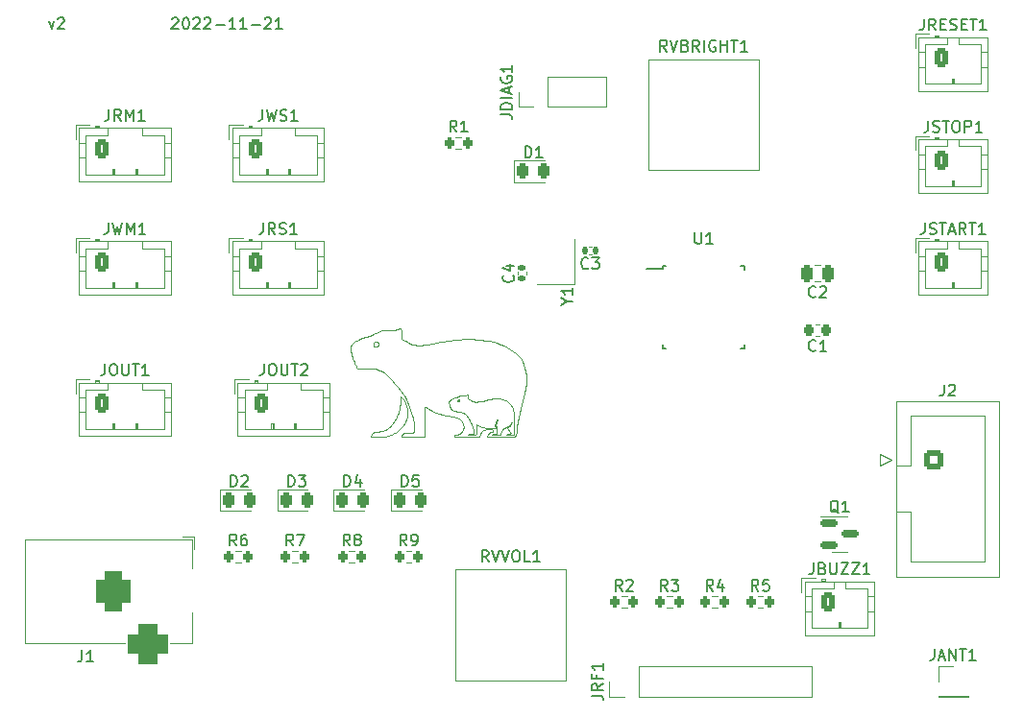
<source format=gto>
G04 #@! TF.GenerationSoftware,KiCad,Pcbnew,6.0.2+dfsg-1*
G04 #@! TF.CreationDate,2022-11-21T10:33:26-05:00*
G04 #@! TF.ProjectId,controller,636f6e74-726f-46c6-9c65-722e6b696361,rev?*
G04 #@! TF.SameCoordinates,Original*
G04 #@! TF.FileFunction,Legend,Top*
G04 #@! TF.FilePolarity,Positive*
%FSLAX46Y46*%
G04 Gerber Fmt 4.6, Leading zero omitted, Abs format (unit mm)*
G04 Created by KiCad (PCBNEW 6.0.2+dfsg-1) date 2022-11-21 10:33:26*
%MOMM*%
%LPD*%
G01*
G04 APERTURE LIST*
G04 Aperture macros list*
%AMRoundRect*
0 Rectangle with rounded corners*
0 $1 Rounding radius*
0 $2 $3 $4 $5 $6 $7 $8 $9 X,Y pos of 4 corners*
0 Add a 4 corners polygon primitive as box body*
4,1,4,$2,$3,$4,$5,$6,$7,$8,$9,$2,$3,0*
0 Add four circle primitives for the rounded corners*
1,1,$1+$1,$2,$3*
1,1,$1+$1,$4,$5*
1,1,$1+$1,$6,$7*
1,1,$1+$1,$8,$9*
0 Add four rect primitives between the rounded corners*
20,1,$1+$1,$2,$3,$4,$5,0*
20,1,$1+$1,$4,$5,$6,$7,0*
20,1,$1+$1,$6,$7,$8,$9,0*
20,1,$1+$1,$8,$9,$2,$3,0*%
G04 Aperture macros list end*
%ADD10C,0.060000*%
%ADD11C,0.150000*%
%ADD12C,0.120000*%
%ADD13RoundRect,0.200000X-0.200000X-0.275000X0.200000X-0.275000X0.200000X0.275000X-0.200000X0.275000X0*%
%ADD14RoundRect,0.140000X0.170000X-0.140000X0.170000X0.140000X-0.170000X0.140000X-0.170000X-0.140000X0*%
%ADD15RoundRect,0.250000X-0.350000X-0.625000X0.350000X-0.625000X0.350000X0.625000X-0.350000X0.625000X0*%
%ADD16O,1.200000X1.750000*%
%ADD17RoundRect,0.250000X-0.600000X-0.600000X0.600000X-0.600000X0.600000X0.600000X-0.600000X0.600000X0*%
%ADD18C,1.700000*%
%ADD19R,1.700000X1.700000*%
%ADD20O,1.700000X1.700000*%
%ADD21R,1.200000X1.400000*%
%ADD22C,3.200000*%
%ADD23R,3.500000X3.500000*%
%ADD24RoundRect,0.750000X-0.750000X-1.000000X0.750000X-1.000000X0.750000X1.000000X-0.750000X1.000000X0*%
%ADD25RoundRect,0.875000X-0.875000X-0.875000X0.875000X-0.875000X0.875000X0.875000X-0.875000X0.875000X0*%
%ADD26R,1.600000X0.550000*%
%ADD27R,0.550000X1.600000*%
%ADD28RoundRect,0.243750X-0.243750X-0.456250X0.243750X-0.456250X0.243750X0.456250X-0.243750X0.456250X0*%
%ADD29C,1.440000*%
%ADD30RoundRect,0.150000X-0.587500X-0.150000X0.587500X-0.150000X0.587500X0.150000X-0.587500X0.150000X0*%
%ADD31RoundRect,0.140000X0.140000X0.170000X-0.140000X0.170000X-0.140000X-0.170000X0.140000X-0.170000X0*%
%ADD32RoundRect,0.250000X0.250000X0.475000X-0.250000X0.475000X-0.250000X-0.475000X0.250000X-0.475000X0*%
%ADD33RoundRect,0.225000X0.225000X0.250000X-0.225000X0.250000X-0.225000X-0.250000X0.225000X-0.250000X0*%
G04 APERTURE END LIST*
D10*
X147985023Y-102768299D02*
X147984346Y-102962601D01*
X147250121Y-99864931D02*
X147252520Y-99887372D01*
X148866353Y-102651989D02*
X148788190Y-102639509D01*
X147512858Y-103136822D02*
X147585106Y-103138132D01*
X146415684Y-103199187D02*
X146403026Y-103203405D01*
X140614551Y-94034893D02*
X140506771Y-94017785D01*
X151070077Y-102165114D02*
X151059367Y-102182571D01*
X139355670Y-95270720D02*
X139353098Y-95292312D01*
X139674880Y-103446210D02*
X139674880Y-103446210D01*
X147538237Y-102272917D02*
X147515551Y-102226667D01*
X136918092Y-95925979D02*
X136950161Y-96068003D01*
X138707982Y-103333632D02*
X138717589Y-103282231D01*
X151269663Y-102911555D02*
X151269663Y-102911555D01*
X147900633Y-103249144D02*
X147882834Y-103258219D01*
X138960154Y-103013217D02*
X139000000Y-103000000D01*
X147717305Y-102917002D02*
X147712895Y-102879065D01*
X139238724Y-95059133D02*
X139261637Y-95073567D01*
X145672649Y-100821792D02*
X145650926Y-100767251D01*
X147840086Y-103271678D02*
X147814849Y-103276348D01*
X150099437Y-103254355D02*
X150096662Y-103259407D01*
X146481273Y-100257046D02*
X146478904Y-100264903D01*
X150994799Y-103102611D02*
X150997296Y-103093874D01*
X147089494Y-99737004D02*
X147103073Y-99733000D01*
X149321096Y-102969062D02*
X149296999Y-102974762D01*
X150076387Y-103273338D02*
X150068384Y-103275490D01*
X146035676Y-103397014D02*
X146034034Y-103423586D01*
X141413385Y-103266251D02*
X141398161Y-103305819D01*
X141404826Y-94457123D02*
X141403240Y-94399572D01*
X150982951Y-103116719D02*
X150989956Y-103110185D01*
X141119054Y-93896005D02*
X141078187Y-93903022D01*
X139299537Y-95106554D02*
X139314663Y-95124797D01*
X150853263Y-102516692D02*
X150886154Y-102484446D01*
X141785406Y-100633645D02*
X141820210Y-100768069D01*
X149659073Y-102597315D02*
X149666728Y-102621591D01*
X145630246Y-100710846D02*
X145611052Y-100653621D01*
X150099540Y-100069017D02*
X150195768Y-100088559D01*
X145558033Y-100437362D02*
X145552940Y-100391670D01*
X148467028Y-100271787D02*
X148834159Y-100187182D01*
X147240653Y-100063343D02*
X147327448Y-100118491D01*
X145904557Y-101648253D02*
X146026411Y-101671360D01*
X150963107Y-102311653D02*
X150949746Y-102326337D01*
X148945325Y-102662117D02*
X148866353Y-102651989D01*
X149647424Y-102227578D02*
X149637996Y-102286520D01*
X140511292Y-98419727D02*
X140511292Y-98419727D01*
X145559349Y-100303491D02*
X145564356Y-100291364D01*
X150020795Y-103280209D02*
X149985858Y-103280904D01*
X147103073Y-99733000D02*
X147117233Y-99729440D01*
X148788190Y-102639509D02*
X148710883Y-102624563D01*
X139194121Y-95485463D02*
X139172314Y-95491368D01*
X139021064Y-95041229D02*
X139041108Y-95032865D01*
X146350976Y-100158479D02*
X146358039Y-100154555D01*
X150916046Y-102452961D02*
X150943167Y-102421924D01*
X151059367Y-102182571D02*
X151048365Y-102199754D01*
X141363142Y-94815182D02*
X141363142Y-94815182D01*
X141664679Y-102201963D02*
X141641553Y-102243401D01*
X147215473Y-99718024D02*
X147215473Y-99718024D01*
X151273267Y-103078759D02*
X151276206Y-103142161D01*
X150860275Y-100448532D02*
X150895545Y-100483660D01*
X151045245Y-102262519D02*
X151060562Y-102227608D01*
X147701484Y-102803168D02*
X147688065Y-102731064D01*
X142148822Y-103052865D02*
X141972125Y-103049166D01*
X145694970Y-100873428D02*
X145672649Y-100821792D01*
X146462792Y-100179130D02*
X146468484Y-100185995D01*
X151171954Y-103276396D02*
X151155147Y-103278049D01*
X146403026Y-103203405D02*
X146389595Y-103206757D01*
X139695638Y-97684346D02*
X139845762Y-97785831D01*
X145577576Y-100268115D02*
X145592679Y-100246059D01*
X150791666Y-102464525D02*
X150772060Y-102478134D01*
X146368864Y-100320942D02*
X146358817Y-100317121D01*
X143414167Y-102019944D02*
X143414167Y-102019944D01*
X146473252Y-100193222D02*
X146477122Y-100200751D01*
X139871305Y-102861294D02*
X139938221Y-102824166D01*
X146313648Y-100267385D02*
X146311541Y-100259428D01*
X149763613Y-103080688D02*
X149766718Y-103058075D01*
X148163058Y-103438137D02*
X148192683Y-103424357D01*
X151010200Y-102328374D02*
X151028534Y-102296004D01*
X141240516Y-99266046D02*
X141366357Y-99430945D01*
X146499427Y-103154089D02*
X146476555Y-103167618D01*
X136881163Y-95671408D02*
X136894699Y-95792858D01*
X146316279Y-100202366D02*
X146319537Y-100194782D01*
X140506771Y-94017785D02*
X140402039Y-94004328D01*
X141300047Y-93880927D02*
X141300047Y-93880927D01*
X151187188Y-103274096D02*
X151171954Y-103276396D01*
X140230941Y-102626897D02*
X140282397Y-102584561D01*
X145593790Y-100596617D02*
X145578903Y-100540878D01*
X146728867Y-99759406D02*
X146764991Y-99758238D01*
X151284010Y-101557967D02*
X151289475Y-101678211D01*
X146056746Y-103313641D02*
X146049468Y-103331281D01*
X146313729Y-103214606D02*
X146247523Y-103217214D01*
X139002286Y-95051657D02*
X139021064Y-95041229D01*
X146445264Y-100310445D02*
X146438336Y-100314902D01*
X151579746Y-102560498D02*
X151651722Y-102106152D01*
X143324226Y-95320579D02*
X143164719Y-95339126D01*
X141363142Y-94815182D02*
X141373926Y-94768807D01*
X149350668Y-102681576D02*
X149268357Y-102681453D01*
X150645444Y-103262608D02*
X150651730Y-103246076D01*
X147603982Y-100278939D02*
X147633229Y-100290080D01*
X147244449Y-100046086D02*
X147240653Y-100063343D01*
X137258620Y-96951931D02*
X137318349Y-97078692D01*
X149413931Y-100071682D02*
X149610612Y-100050470D01*
X149652329Y-102572037D02*
X149659073Y-102597315D01*
X141001339Y-93920745D02*
X140965253Y-93931391D01*
X139281885Y-95089425D02*
X139299537Y-95106554D01*
X149445226Y-102959257D02*
X149420066Y-102958668D01*
X146382017Y-100147693D02*
X146390882Y-100147256D01*
X136989724Y-96216157D02*
X137035600Y-96367673D01*
X147841442Y-103457412D02*
X148012843Y-103457014D01*
X146427486Y-103193986D02*
X146415684Y-103199187D01*
X151239932Y-95866369D02*
X150988858Y-95689091D01*
X141446229Y-102512971D02*
X141376220Y-102591995D01*
X148935585Y-103402072D02*
X148933956Y-103427040D01*
X149268357Y-102681453D02*
X149186621Y-102679562D01*
X147261140Y-103239641D02*
X147266568Y-103224510D01*
X147029609Y-99763294D02*
X147040583Y-99757236D01*
X146316502Y-100275105D02*
X146313648Y-100267385D01*
X151268829Y-102958580D02*
X151269539Y-103002076D01*
X146587978Y-99782241D02*
X146622921Y-99773660D01*
X146985833Y-101427873D02*
X146944580Y-101394199D01*
X152375159Y-97990189D02*
X152331195Y-97651534D01*
X141592182Y-102322760D02*
X141565751Y-102361209D01*
X137318349Y-97078692D02*
X137377304Y-97192191D01*
X145776530Y-101627627D02*
X145904557Y-101648253D01*
X149483373Y-103141513D02*
X149494515Y-103139607D01*
X149699674Y-103139928D02*
X149716257Y-103137146D01*
X142413563Y-101915915D02*
X142451040Y-102117320D01*
X139354840Y-95227322D02*
X139356274Y-95249005D01*
X149719784Y-102456820D02*
X149715206Y-102404954D01*
X141376220Y-102591995D02*
X141301151Y-102671280D01*
X147112355Y-101560314D02*
X147069462Y-101510460D01*
X151025478Y-102233265D02*
X151013593Y-102249576D01*
X147291435Y-103188003D02*
X147302282Y-103178529D01*
X150833814Y-103451862D02*
X150990210Y-103453038D01*
X149610612Y-100050470D02*
X149708985Y-100045109D01*
X151087935Y-102152257D02*
X151100449Y-102111191D01*
X147401120Y-102008906D02*
X147297157Y-101827768D01*
X149802450Y-95154720D02*
X149467300Y-95062360D01*
X146313633Y-100210219D02*
X146316279Y-100202366D01*
X146345489Y-103212780D02*
X146313729Y-103214606D01*
X138049338Y-97376665D02*
X138513351Y-97388167D01*
X151400492Y-103368477D02*
X151414108Y-103352870D01*
X150093097Y-103263784D02*
X150088615Y-103267532D01*
X149472502Y-103144251D02*
X149483373Y-103141513D01*
X151491868Y-103156570D02*
X151503935Y-103084251D01*
X138822514Y-103095035D02*
X138853177Y-103069710D01*
X146764991Y-99758238D02*
X146801736Y-99758738D01*
X141867119Y-101042181D02*
X141879176Y-101178722D01*
X138897460Y-95319938D02*
X138893799Y-95298321D01*
X151977101Y-100531371D02*
X152215351Y-99573508D01*
X146034034Y-103423586D02*
X146034007Y-103452683D01*
X149774145Y-102942970D02*
X149775425Y-102875071D01*
X151799335Y-101315389D02*
X151882553Y-100933824D01*
X147341228Y-103157075D02*
X147356041Y-103151980D01*
X149743955Y-102148680D02*
X149759853Y-102099266D01*
X141714953Y-103064102D02*
X141675562Y-103071932D01*
X149345497Y-102964586D02*
X149321096Y-102969062D01*
X146657963Y-99767043D02*
X146693235Y-99762316D01*
X139084514Y-102980402D02*
X139128697Y-102973495D01*
X150796753Y-103158737D02*
X150834177Y-103151894D01*
X146467932Y-100286912D02*
X146463073Y-100293534D01*
X148933610Y-103452177D02*
X148933610Y-103452177D01*
X142180641Y-101039234D02*
X142262622Y-101306896D01*
X147009026Y-99776531D02*
X147019096Y-99769729D01*
X141366357Y-99430945D02*
X141486190Y-99599132D01*
X146861902Y-101339736D02*
X146819959Y-101318007D01*
X150777560Y-102584712D02*
X150817141Y-102550010D01*
X145692847Y-100151675D02*
X145717088Y-100135580D01*
X148933610Y-103452177D02*
X149204397Y-103452872D01*
X140511292Y-98419727D02*
X140824120Y-98770750D01*
X141535203Y-103126941D02*
X141505409Y-103147766D01*
X147967059Y-100338873D02*
X148125508Y-100329236D01*
X147576315Y-100266855D02*
X147603982Y-100278939D01*
X142014063Y-95151065D02*
X141855658Y-95077895D01*
X140514316Y-102354092D02*
X140556912Y-102303685D01*
X139801171Y-102897831D02*
X139871305Y-102861294D01*
X148713041Y-102804153D02*
X148749128Y-102796207D01*
X146249121Y-101730885D02*
X146348737Y-101770235D01*
X148248410Y-103351411D02*
X148262649Y-103314384D01*
X147252535Y-99990885D02*
X147250432Y-100009858D01*
X147201592Y-101679492D02*
X147156312Y-101616501D01*
X147052039Y-99751568D02*
X147063997Y-99746298D01*
X150929989Y-100520595D02*
X150963470Y-100559337D01*
X140509002Y-103237281D02*
X140447655Y-103264271D01*
X146593853Y-101245571D02*
X146377771Y-101202850D01*
X150936960Y-103134913D02*
X150963184Y-103127159D01*
X148296708Y-103217341D02*
X148313140Y-103174969D01*
X147684800Y-103284635D02*
X147255122Y-103281031D01*
X138717589Y-103282231D02*
X138731313Y-103235836D01*
X146319537Y-100194782D02*
X146323390Y-100187531D01*
X146097069Y-103261316D02*
X146085472Y-103271896D01*
X138953996Y-95093641D02*
X138968707Y-95078032D01*
X150787796Y-100383712D02*
X150824313Y-100415215D01*
X138940730Y-95110639D02*
X138953996Y-95093641D01*
X148223459Y-102455810D02*
X148167827Y-102427222D01*
X147327448Y-100118510D02*
X147360255Y-100138304D01*
X138794753Y-103124046D02*
X138822514Y-103095035D01*
X141161622Y-93890257D02*
X141119054Y-93896005D01*
X140897495Y-93956104D02*
X140865717Y-93970111D01*
X150695470Y-103196584D02*
X150710140Y-103187756D01*
X145564356Y-100291364D02*
X145564356Y-100291364D01*
X149412497Y-103183999D02*
X149421917Y-103174077D01*
X146136776Y-103237945D02*
X146122804Y-103244458D01*
X146456149Y-100172684D02*
X146462792Y-100179130D01*
X146468484Y-100185995D02*
X146473252Y-100193222D01*
X146848500Y-102639527D02*
X146838312Y-102698284D01*
X145781344Y-101030073D02*
X145781344Y-101030073D01*
X147679160Y-103134209D02*
X147692000Y-103131843D01*
X150111972Y-103156165D02*
X150108604Y-103183883D01*
X150195768Y-100088559D02*
X150291160Y-100114416D01*
X146430254Y-100156443D02*
X146430254Y-100156443D01*
X149807200Y-100043838D02*
X149905121Y-100047102D01*
X141312118Y-100225973D02*
X141324398Y-100058643D01*
X145944180Y-100030667D02*
X146069104Y-99988204D01*
X148367189Y-103063425D02*
X148386955Y-103031176D01*
X139356274Y-95249005D02*
X139355670Y-95270720D01*
X146358039Y-100154555D02*
X146365578Y-100151406D01*
X146781992Y-102856066D02*
X146756206Y-102901694D01*
X147662130Y-102616599D02*
X147662130Y-102616599D01*
X149731405Y-102198941D02*
X149743955Y-102148680D01*
X149690273Y-102087659D02*
X149679446Y-102114385D01*
X146412306Y-103447919D02*
X146412306Y-103447919D01*
X145215080Y-101540631D02*
X145504434Y-101587960D01*
X146026411Y-101671360D02*
X146141472Y-101698416D01*
X140402039Y-94004328D02*
X140300009Y-93994717D01*
X140835269Y-93985178D02*
X140806099Y-94001277D01*
X139314663Y-95124797D02*
X139327332Y-95144000D01*
X150068384Y-103275490D02*
X150058952Y-103277205D01*
X150817141Y-102550010D02*
X150853263Y-102516692D01*
X146452597Y-103180907D02*
X146427486Y-103193986D01*
X140121491Y-102708449D02*
X140177367Y-102668167D01*
X150997296Y-103093874D02*
X150997266Y-103083851D01*
X139801171Y-102897831D02*
X139801171Y-102897831D01*
X151111702Y-100780027D02*
X151136564Y-100829543D01*
X149888578Y-103280875D02*
X149888578Y-103280875D01*
X150750858Y-100354026D02*
X150750858Y-100354026D01*
X146667184Y-103016841D02*
X146651142Y-103033808D01*
X148786818Y-102789586D02*
X148826160Y-102784212D01*
X136986778Y-95284395D02*
X136946636Y-95343014D01*
X146310163Y-100251294D02*
X146309499Y-100243049D01*
X149445226Y-102959257D02*
X149445226Y-102959257D01*
X147882834Y-103258219D02*
X147862700Y-103265682D01*
X149905121Y-100047102D02*
X150002613Y-100055347D01*
X150995854Y-100599881D02*
X151027004Y-100642224D01*
X141038966Y-93911279D02*
X141001339Y-93920745D01*
X141301151Y-102671280D02*
X141220943Y-102750178D01*
X142727264Y-95343766D02*
X142588412Y-95326622D01*
X140965253Y-93931391D02*
X140930656Y-93943188D01*
X139041534Y-102989149D02*
X139084514Y-102980402D01*
X141393234Y-94279637D02*
X141384578Y-94217247D01*
X149799196Y-101929604D02*
X149779991Y-101948359D01*
X147086265Y-103452473D02*
X147255122Y-103452473D01*
X150718177Y-95529777D02*
X150429285Y-95387938D01*
X150687298Y-102529427D02*
X150663749Y-102541986D01*
X151275928Y-103169055D02*
X151273711Y-103192839D01*
X151100449Y-102111191D02*
X151100449Y-102111191D01*
X146419858Y-100152378D02*
X146430254Y-100156443D01*
X149771350Y-103004818D02*
X149774145Y-102942970D01*
X146043475Y-103350978D02*
X146038850Y-103372851D01*
X147327448Y-100118510D02*
X147327448Y-100118510D01*
X147720563Y-102954165D02*
X147717305Y-102917002D01*
X139674880Y-103446210D02*
X138702087Y-103452506D01*
X146038850Y-103372851D02*
X146035676Y-103397014D01*
X143164719Y-95339126D02*
X143013401Y-95349511D01*
X146777268Y-101299319D02*
X146688609Y-101269185D01*
X142309058Y-95261253D02*
X142164524Y-95212015D01*
X142341148Y-101596140D02*
X142375319Y-101737915D01*
X139445826Y-94113655D02*
X139351657Y-94153285D01*
X137035600Y-96367673D02*
X137086609Y-96519779D01*
X152215351Y-99573508D02*
X152308445Y-99142392D01*
X150988888Y-103059456D02*
X150980176Y-103044838D01*
X146320120Y-100282521D02*
X146316502Y-100275105D01*
X139219702Y-102964143D02*
X139312606Y-102958982D01*
X137141569Y-96669704D02*
X137199300Y-96814678D01*
X141675562Y-103071932D02*
X141637692Y-103081901D01*
X146414949Y-100323919D02*
X146406373Y-100325280D01*
X149773386Y-102660465D02*
X149773386Y-102660465D01*
X149727866Y-102508480D02*
X149719784Y-102456820D01*
X138920261Y-95381319D02*
X138910646Y-95361606D01*
X141273801Y-100551824D02*
X141295267Y-100390416D01*
X149683492Y-103141872D02*
X149699674Y-103139928D01*
X141384578Y-94217247D02*
X141373329Y-94153236D01*
X147390769Y-100157311D02*
X147446638Y-100192893D01*
X149099695Y-102773812D02*
X149206343Y-102776799D01*
X139632172Y-94051614D02*
X139539216Y-94079830D01*
X146999378Y-99783689D02*
X147009026Y-99776531D01*
X147559707Y-102319869D02*
X147538237Y-102272917D01*
X141972125Y-103049166D02*
X141883760Y-103049574D01*
X138918714Y-95148129D02*
X138928955Y-95128858D01*
X146311541Y-100259428D02*
X146310163Y-100251294D01*
X141095661Y-101308134D02*
X141140881Y-101164130D01*
X151292588Y-102184872D02*
X151286543Y-102439568D01*
X141300047Y-93880927D02*
X141252065Y-93882688D01*
X148484559Y-102563752D02*
X148411140Y-102537769D01*
X149394289Y-103208637D02*
X149403290Y-103195484D01*
X146476555Y-103167618D02*
X146452597Y-103180907D01*
X145628126Y-100205296D02*
X145648263Y-100186476D01*
X146365578Y-100151406D02*
X146373576Y-100149098D01*
X152331195Y-97651534D02*
X152256456Y-97334767D01*
X147814849Y-103276348D02*
X147786846Y-103279836D01*
X145651617Y-94910993D02*
X144859793Y-95023699D01*
X141459948Y-100005316D02*
X141498848Y-100050742D01*
X151242303Y-103252582D02*
X151233846Y-103258249D01*
X149722230Y-102249875D02*
X149731405Y-102198941D01*
X147476051Y-103136906D02*
X147512858Y-103136822D01*
X148452198Y-102948132D02*
X148476093Y-102924760D01*
X149024622Y-100143599D02*
X149218241Y-100103912D01*
X145564356Y-100291364D02*
X145577576Y-100268115D01*
X143013401Y-95349511D02*
X142868255Y-95351227D01*
X150661672Y-100289910D02*
X150750858Y-100354026D01*
X146751184Y-102166645D02*
X146769838Y-102203018D01*
X141373926Y-94768807D02*
X141383298Y-94720845D01*
X151414108Y-103352870D02*
X151426776Y-103335495D01*
X151271694Y-103203585D02*
X151268975Y-103213580D01*
X146145937Y-103451951D02*
X146145937Y-103452421D01*
X140778154Y-94018376D02*
X140751382Y-94036446D01*
X143675870Y-95261026D02*
X143493937Y-95294376D01*
X149105505Y-102675787D02*
X149025058Y-102670011D01*
X149594373Y-103141798D02*
X149622616Y-103143363D01*
X146769838Y-102203018D02*
X146786455Y-102239113D01*
X148834159Y-100187182D02*
X149024622Y-100143599D01*
X149827380Y-101957871D02*
X149856413Y-101913607D01*
X147252520Y-99887372D02*
X147254065Y-99909231D01*
X141506953Y-94892869D02*
X141506953Y-94892869D01*
X145566836Y-100487446D02*
X145558033Y-100437362D01*
X140725729Y-94055457D02*
X140725729Y-94055457D01*
X146358817Y-100317121D02*
X146358817Y-100317121D01*
X139351657Y-94153285D02*
X139256359Y-94198917D01*
X144084464Y-95174909D02*
X143675870Y-95261026D01*
X143779927Y-100987888D02*
X143924747Y-101067309D01*
X150997266Y-103083851D02*
X150994524Y-103072419D01*
X146804587Y-102806794D02*
X146781992Y-102856066D01*
X147916240Y-103238316D02*
X147900633Y-103249144D01*
X147117233Y-99729440D02*
X147131992Y-99726336D01*
X150385529Y-102698521D02*
X150355652Y-102723737D01*
X139076198Y-97446348D02*
X139239498Y-97484658D01*
X149708985Y-100045109D02*
X149807200Y-100043838D01*
X151080494Y-102147393D02*
X151070077Y-102165114D01*
X147818261Y-100331037D02*
X147818261Y-100331037D01*
X149739476Y-102559758D02*
X149727866Y-102508480D01*
X150101552Y-103248579D02*
X150099437Y-103254355D01*
X149715206Y-102404954D02*
X149714104Y-102353057D01*
X141728936Y-102067443D02*
X141708278Y-102114248D01*
X150670247Y-103218248D02*
X150682112Y-103206707D01*
X139158737Y-95027909D02*
X139185430Y-95035472D01*
X147549800Y-100253845D02*
X147576315Y-100266855D01*
X147722453Y-102989982D02*
X147720563Y-102954165D01*
X150002613Y-100055347D02*
X150099540Y-100069017D01*
X146823517Y-102754120D02*
X146804587Y-102806794D01*
X149467300Y-95062360D02*
X149119522Y-94985512D01*
X147585106Y-103138132D02*
X147619093Y-103138248D01*
X137377304Y-97192191D02*
X137434306Y-97289656D01*
X150849151Y-102420146D02*
X150830056Y-102435635D01*
X148125508Y-100329236D02*
X148292525Y-100305687D01*
X148938480Y-103377318D02*
X148935585Y-103402072D01*
X139172314Y-95491368D02*
X139149515Y-95494983D01*
X146112456Y-101141052D02*
X145956160Y-101093591D01*
X141373329Y-94153236D02*
X141359369Y-94087602D01*
X141374346Y-103452073D02*
X143415774Y-103447608D01*
X147297157Y-101827768D02*
X147248454Y-101749758D01*
X150141059Y-103042655D02*
X150141059Y-103042655D01*
X147929799Y-103225591D02*
X147916240Y-103238316D01*
X141044796Y-102904227D02*
X140948700Y-102978083D01*
X147524005Y-100239926D02*
X147549800Y-100253845D01*
X149675281Y-102644761D02*
X149684718Y-102666724D01*
X146373576Y-100149098D02*
X146382017Y-100147693D01*
X138715924Y-97400103D02*
X138902606Y-97418830D01*
X141601543Y-103094239D02*
X141567314Y-103109176D01*
X142375319Y-101737915D02*
X142413563Y-101915915D01*
X146480120Y-100208525D02*
X146482273Y-100216486D01*
X151155147Y-103278049D02*
X151116523Y-103279447D01*
X149032888Y-103151361D02*
X149018369Y-103171521D01*
X146558570Y-101908330D02*
X146593195Y-101944224D01*
X141505409Y-103147766D02*
X141478132Y-103171879D01*
X150105209Y-103226435D02*
X150103133Y-103242033D01*
X147255122Y-103281031D02*
X147255122Y-103274824D01*
X151484852Y-103188919D02*
X151491868Y-103156570D01*
X142314871Y-103050321D02*
X142233973Y-103053293D01*
X141397328Y-94620150D02*
X141401752Y-94567408D01*
X140425887Y-102450355D02*
X140470703Y-102402956D01*
X150963184Y-103127159D02*
X150973966Y-103122336D01*
X146839235Y-99760833D02*
X146877618Y-99764450D01*
X148559020Y-102586801D02*
X148484559Y-102563752D01*
X151085064Y-100732300D02*
X151111702Y-100780027D01*
X150963470Y-100559337D02*
X150995854Y-100599881D01*
X146311615Y-100218277D02*
X146313633Y-100210219D01*
X140824120Y-98770750D02*
X140969681Y-98937981D01*
X148262649Y-103314384D02*
X148296708Y-103217341D01*
X139664380Y-102938037D02*
X139702113Y-102931031D01*
X151276150Y-101442298D02*
X151284010Y-101557967D01*
X148947987Y-103328630D02*
X148942620Y-103352823D01*
X149140642Y-103047483D02*
X149120610Y-103062355D01*
X149715410Y-102036807D02*
X149702257Y-102061765D01*
X149048466Y-103131907D02*
X149032888Y-103151361D01*
X147255122Y-103452473D02*
X147594239Y-103454157D01*
X147240080Y-94816788D02*
X146845852Y-94822712D01*
X147040583Y-99757236D02*
X147052039Y-99751568D01*
X137759265Y-94773206D02*
X137603290Y-94839293D01*
X141617418Y-102283578D02*
X141592182Y-102322760D01*
X139300243Y-95410607D02*
X139285848Y-95427003D01*
X138984819Y-95063981D02*
X139002286Y-95051657D01*
X139125795Y-95496153D02*
X139101223Y-95494724D01*
X151074715Y-102190958D02*
X151087935Y-102152257D01*
X151116523Y-103279447D02*
X151116523Y-103279447D01*
X151269663Y-102911555D02*
X151268829Y-102958580D01*
X148910000Y-102776896D02*
X148954598Y-102774798D01*
X149204397Y-103452872D02*
X149204397Y-103452872D01*
X148024383Y-102344289D02*
X147985023Y-102319169D01*
X146423153Y-100321698D02*
X146414949Y-100323919D01*
X150968205Y-103028443D02*
X150687101Y-102659522D01*
X141686890Y-102159000D02*
X141664679Y-102201963D01*
X150300252Y-102778175D02*
X150274788Y-102807306D01*
X145717444Y-100921117D02*
X145694970Y-100873428D01*
X139133039Y-95023423D02*
X139158737Y-95027909D01*
X149684718Y-102666724D02*
X149516825Y-102676986D01*
X146327820Y-100180675D02*
X146332810Y-100174279D01*
X142469886Y-102999789D02*
X142457545Y-103026816D01*
X139348627Y-95313626D02*
X139342328Y-95334507D01*
X144859793Y-95023699D02*
X144084464Y-95174909D01*
X139725045Y-94028811D02*
X139632172Y-94051614D01*
X149226985Y-102999032D02*
X149204558Y-103009454D01*
X146475873Y-100272538D02*
X146472207Y-100279894D01*
X147619093Y-103138248D02*
X147650687Y-103137153D01*
X150710140Y-103187756D02*
X150725938Y-103180099D01*
X139999590Y-97908110D02*
X140159922Y-98053186D01*
X138910646Y-95361606D02*
X138903060Y-95341089D01*
X141398161Y-103305819D02*
X141386447Y-103349825D01*
X150449485Y-102652323D02*
X150416816Y-102674701D01*
X150682112Y-103206707D02*
X150695470Y-103196584D01*
X141637692Y-103081901D02*
X141601543Y-103094239D01*
X150887911Y-102386556D02*
X150868384Y-102403821D01*
X142094920Y-100791120D02*
X142180641Y-101039234D01*
X146617504Y-103066285D02*
X146599776Y-103081850D01*
X149025058Y-102670011D02*
X148945325Y-102662117D01*
X146446576Y-99837676D02*
X146482432Y-99820502D01*
X142496492Y-102900647D02*
X142480441Y-102969618D01*
X149888667Y-101871070D02*
X149888667Y-101871070D01*
X140254866Y-103336084D02*
X140187654Y-103356701D01*
X151159516Y-100880845D02*
X151180422Y-100933930D01*
X139256359Y-94198917D02*
X139159585Y-94250745D01*
X148215440Y-103405745D02*
X148233345Y-103381647D01*
X141604415Y-100203807D02*
X141635883Y-100259768D01*
X145065481Y-101510428D02*
X145215080Y-101540631D01*
X151289475Y-101678211D02*
X151294260Y-101928411D01*
X139337615Y-95164010D02*
X139345581Y-95184669D01*
X139128697Y-102973495D02*
X139219702Y-102964143D01*
X151215553Y-101045438D02*
X151215553Y-101045438D01*
X146034007Y-103452683D02*
X146145937Y-103451951D01*
X148971269Y-103258318D02*
X148962330Y-103281333D01*
X148749128Y-102796207D02*
X148786818Y-102789586D01*
X146463073Y-100293534D02*
X146457658Y-100299703D01*
X139213075Y-95046279D02*
X139238724Y-95059133D01*
X151090618Y-102129416D02*
X151080494Y-102147393D01*
X146344405Y-100163117D02*
X146350976Y-100158479D01*
X141399415Y-94340411D02*
X141393234Y-94279637D01*
X140300009Y-93994717D02*
X140200330Y-93989150D01*
X150114522Y-103140528D02*
X150111972Y-103156165D01*
X151286543Y-102439568D02*
X151269663Y-102911555D01*
X147722757Y-103023877D02*
X147722453Y-102989982D01*
X150824313Y-100415215D02*
X150860275Y-100448532D01*
X141376598Y-99924036D02*
X141419197Y-99963015D01*
X139075869Y-95490539D02*
X139049803Y-95483446D01*
X141135517Y-102828043D02*
X141044796Y-102904227D01*
X149505936Y-103138429D02*
X149517644Y-103137874D01*
X150250854Y-102837650D02*
X150228481Y-102869163D01*
X141216842Y-100864938D02*
X141247674Y-100710047D01*
X150385582Y-100147035D02*
X150478898Y-100186860D01*
X149888667Y-101871070D02*
X149864374Y-101883026D01*
X146483921Y-100240903D02*
X146482954Y-100249027D01*
X150478898Y-100186860D02*
X150570973Y-100234337D01*
X148233345Y-103381647D02*
X148248410Y-103351411D01*
X140329556Y-98223058D02*
X140511292Y-98419727D01*
X141571085Y-100150184D02*
X141604415Y-100203807D01*
X142457545Y-103026816D02*
X142457545Y-103026816D01*
X142457545Y-103026816D02*
X142424764Y-103035462D01*
X140720152Y-102084517D02*
X140795366Y-101966295D01*
X149385485Y-103223560D02*
X149394289Y-103208637D01*
X136911502Y-95404801D02*
X136898194Y-95437034D01*
X149769284Y-103032679D02*
X149771350Y-103004818D01*
X151180422Y-100933930D02*
X151199146Y-100988795D01*
X141378443Y-103398500D02*
X141374346Y-103452073D01*
X150973966Y-103122336D02*
X150982951Y-103116719D01*
X151723655Y-101698641D02*
X151799335Y-101315389D01*
X141824529Y-101793375D02*
X141806128Y-101854409D01*
X150651730Y-103246076D02*
X150660059Y-103231330D01*
X145578903Y-100540878D02*
X145566836Y-100487446D01*
X147579945Y-102367528D02*
X147559707Y-102319869D01*
X141693219Y-100377921D02*
X141743067Y-100503071D01*
X142480441Y-102969618D02*
X142469886Y-102999789D01*
X150830056Y-102435635D02*
X150810946Y-102450394D01*
X147027374Y-101466470D02*
X146985833Y-101427873D01*
X150019106Y-103453585D02*
X150833814Y-103451862D01*
X146427486Y-103193986D02*
X146427486Y-103193986D01*
X150751976Y-102491324D02*
X150731257Y-102504200D01*
X137603290Y-94839293D02*
X137455282Y-94911415D01*
X138748910Y-103194182D02*
X138770138Y-103157007D01*
X147063997Y-99746298D02*
X147076475Y-99741440D01*
X151269539Y-103002076D02*
X151273267Y-103078759D01*
X151027004Y-100642224D02*
X151056786Y-100686365D01*
X148613901Y-102836720D02*
X148645477Y-102824332D01*
X150734290Y-102621112D02*
X150777560Y-102584712D01*
X151651722Y-102106152D02*
X151723655Y-101698641D01*
X147131992Y-99726336D02*
X147147371Y-99723697D01*
X146439907Y-100161282D02*
X146448529Y-100166715D01*
X148826160Y-102784212D02*
X148867204Y-102780008D01*
X138739565Y-94435791D02*
X138581857Y-94491027D01*
X137086609Y-96519779D02*
X137141569Y-96669704D01*
X140847151Y-103048963D02*
X140740071Y-103116221D01*
X149819653Y-101912395D02*
X149799196Y-101929604D01*
X145609564Y-100225138D02*
X145628126Y-100205296D01*
X144511377Y-101339997D02*
X144604429Y-101376075D01*
X150121995Y-103105460D02*
X150117820Y-103123643D01*
X151470003Y-96062103D02*
X151239932Y-95866369D01*
X150760186Y-103167812D02*
X150796753Y-103158737D01*
X147662130Y-102616599D02*
X147648278Y-102565333D01*
X136898194Y-95437034D02*
X136888383Y-95474610D01*
X149759929Y-103100200D02*
X149763613Y-103080688D01*
X141386447Y-103349825D02*
X141378443Y-103398500D01*
X143414167Y-102019944D02*
X143414167Y-100765464D01*
X152152339Y-97039400D02*
X152020240Y-96764940D01*
X151503935Y-103084251D02*
X151503935Y-103084251D01*
X139845762Y-97785831D02*
X139999590Y-97908110D01*
X141535895Y-100099097D02*
X141571085Y-100150184D01*
X146693235Y-99762316D02*
X146728867Y-99759406D01*
X147711990Y-103108301D02*
X147717742Y-103083611D01*
X149666728Y-102621591D02*
X149675281Y-102644761D01*
X141374346Y-103452073D02*
X141374346Y-103452073D01*
X146581355Y-103097005D02*
X146562176Y-103111778D01*
X137080988Y-95176061D02*
X137031653Y-95228795D01*
X149755624Y-103116295D02*
X149759929Y-103100200D01*
X145553226Y-100333645D02*
X145555657Y-100317628D01*
X150096662Y-103259407D02*
X150093097Y-103263784D01*
X137455282Y-94911415D02*
X137317433Y-94990778D01*
X148867204Y-102780008D02*
X148910000Y-102776896D01*
X146682795Y-102999348D02*
X146667184Y-103016841D01*
X139977035Y-103407453D02*
X139903801Y-103420402D01*
X138731313Y-103235836D02*
X138748910Y-103194182D01*
X141743067Y-100503071D02*
X141785406Y-100633645D01*
X151273711Y-103192839D02*
X151271694Y-103203585D01*
X147253992Y-99971336D02*
X147252535Y-99990885D01*
X139737652Y-102922171D02*
X139770752Y-102911192D01*
X146682414Y-102056149D02*
X146707531Y-102093180D01*
X140990518Y-101584215D02*
X141045555Y-101448212D01*
X141641553Y-102243401D02*
X141617418Y-102283578D01*
X142509618Y-102639119D02*
X142510476Y-102733795D01*
X148330331Y-103135244D02*
X148348331Y-103098089D01*
X147515551Y-102226667D02*
X147401120Y-102008906D01*
X141748958Y-102018321D02*
X141728936Y-102067443D01*
X146400155Y-100147848D02*
X146409820Y-100149535D01*
X150709749Y-102516866D02*
X150687298Y-102529427D01*
X148962330Y-103281333D02*
X148954564Y-103304786D01*
X142482910Y-102329314D02*
X142495231Y-102435276D01*
X150907887Y-102368247D02*
X150907887Y-102368247D01*
X144161627Y-101186837D02*
X144245564Y-101226123D01*
X147818261Y-100331037D02*
X147891386Y-100337362D01*
X137199300Y-96814678D02*
X137258620Y-96951931D01*
X147985023Y-102319169D02*
X147985023Y-102768299D01*
X140002102Y-102786370D02*
X140063131Y-102747824D01*
X152020240Y-96764940D02*
X151861553Y-96510897D01*
X151013593Y-102249576D02*
X151001414Y-102265579D01*
X139818182Y-94011227D02*
X139725045Y-94028811D01*
X144604429Y-101376075D02*
X144604429Y-101376075D01*
X138945761Y-95417662D02*
X138931951Y-95400061D01*
X147446638Y-100192893D02*
X147498500Y-100225117D01*
X148634477Y-102607032D02*
X148559020Y-102586801D01*
X149679446Y-102114385D02*
X149669761Y-102141842D01*
X146412306Y-103447919D02*
X146412306Y-103447919D01*
X147371619Y-103147780D02*
X147387871Y-103144395D01*
X150108604Y-103183883D02*
X150105209Y-103226435D01*
X141140881Y-101164130D02*
X141181260Y-101016349D01*
X146065228Y-103297941D02*
X146056746Y-103313641D01*
X146406373Y-100325280D02*
X146397450Y-100325720D01*
X147273487Y-103210914D02*
X147281806Y-103198771D01*
X146166519Y-103228168D02*
X146151375Y-103232554D01*
X139334271Y-95354800D02*
X139324524Y-95374351D01*
X140639780Y-102197922D02*
X140639780Y-102197922D01*
X146542171Y-103126197D02*
X146521277Y-103140291D01*
X147302282Y-103178529D02*
X147314257Y-103170269D01*
X146310242Y-100226477D02*
X146311615Y-100218277D01*
X141567314Y-103109176D02*
X141535203Y-103126941D01*
X151477133Y-103218850D02*
X151484852Y-103188919D01*
X141205941Y-93885808D02*
X141161622Y-93890257D01*
X142588412Y-95326622D02*
X142449682Y-95299286D01*
X151261139Y-103231349D02*
X151255877Y-103239141D01*
X142005175Y-100560522D02*
X142094920Y-100791120D01*
X150731257Y-102504200D02*
X150709749Y-102516866D01*
X151459447Y-103271833D02*
X151468676Y-103246458D01*
X141879176Y-101178722D02*
X141883602Y-101312824D01*
X146141472Y-101698416D02*
X146249121Y-101730885D01*
X148554912Y-102866483D02*
X148583729Y-102850744D01*
X151048365Y-102199754D02*
X151037068Y-102216655D01*
X146625305Y-101981641D02*
X146655025Y-102018959D01*
X149652300Y-103143667D02*
X149667704Y-103143084D01*
X151252204Y-101228698D02*
X151265635Y-101332207D01*
X149775511Y-102803660D02*
X149774724Y-102731278D01*
X142506302Y-102821506D02*
X142496492Y-102900647D01*
X141383298Y-94720845D02*
X141391138Y-94671294D01*
X143415774Y-103447608D02*
X143415774Y-103447608D01*
X146438336Y-100314902D02*
X146430957Y-100318672D01*
X150990210Y-103453038D02*
X151121378Y-103452613D01*
X147966426Y-103152869D02*
X147959623Y-103174609D01*
X139062372Y-95026734D02*
X139084812Y-95023004D01*
X136878664Y-95564402D02*
X136881163Y-95671408D01*
X138702087Y-103452506D02*
X138702733Y-103390302D01*
X143415774Y-103447608D02*
X143414167Y-102019944D01*
X147327448Y-100118491D02*
X147327448Y-100118510D01*
X147703787Y-103128776D02*
X147703787Y-103128776D01*
X141508936Y-102436969D02*
X141446229Y-102512971D01*
X150990014Y-102359942D02*
X151010200Y-102328374D01*
X147650687Y-103137153D02*
X147679160Y-103134209D01*
X147891386Y-100337362D02*
X147967059Y-100338873D01*
X147246826Y-99841909D02*
X147250121Y-99864931D01*
X148429410Y-102973606D02*
X148452198Y-102948132D01*
X144759535Y-101429616D02*
X144913426Y-101473911D01*
X147360255Y-100138304D02*
X147390769Y-100157311D01*
X151249623Y-103246216D02*
X151242303Y-103252582D01*
X142424764Y-103035462D02*
X142389925Y-103042108D01*
X146309531Y-100234756D02*
X146310242Y-100226477D01*
X149641629Y-102518878D02*
X149652329Y-102572037D01*
X151503935Y-103084251D02*
X151579746Y-102560498D01*
X150274788Y-102807306D02*
X150250854Y-102837650D01*
X137488174Y-97368317D02*
X138049338Y-97376665D01*
X149403290Y-103195484D02*
X149412497Y-103183999D01*
X146457658Y-100299703D02*
X146451713Y-100305359D01*
X150638948Y-102554648D02*
X150612739Y-102567517D01*
X149684718Y-102666724D02*
X149684718Y-102666724D01*
X146388207Y-100325183D02*
X146378669Y-100323609D01*
X139903801Y-103420402D02*
X139829037Y-103431232D01*
X151268975Y-103213580D02*
X151265481Y-103222832D01*
X136894699Y-95792858D02*
X136918092Y-95925979D01*
X141401752Y-94567408D02*
X141404290Y-94513067D01*
X138892033Y-95276408D02*
X138892117Y-95254365D01*
X147981776Y-103038372D02*
X147976186Y-103101413D01*
X147404705Y-103141746D02*
X147439757Y-103138334D01*
X151275723Y-103435995D02*
X151296948Y-103430172D01*
X149101292Y-103078297D02*
X149082731Y-103095292D01*
X145669871Y-100168621D02*
X145692847Y-100151675D01*
X147633229Y-100290080D02*
X147664489Y-100300261D01*
X141847455Y-100904772D02*
X141867119Y-101042181D01*
X139911931Y-93998664D02*
X139818182Y-94011227D01*
X139546418Y-97601657D02*
X139695638Y-97684346D01*
X149206343Y-102776799D02*
X149321388Y-102781976D01*
X148527400Y-102884013D02*
X148554912Y-102866483D01*
X149431558Y-103165612D02*
X149441429Y-103158502D01*
X137317433Y-94990778D02*
X137191937Y-95078591D01*
X147237385Y-99794114D02*
X147242594Y-99818304D01*
X139829037Y-103431232D02*
X139752734Y-103439862D01*
X146247523Y-103217214D02*
X146214393Y-103219868D01*
X142868255Y-95351227D02*
X142727264Y-95343766D01*
X149634737Y-102462931D02*
X149641629Y-102518878D01*
X147255122Y-103281031D02*
X147255122Y-103281031D01*
X142449682Y-95299286D02*
X142309058Y-95261253D01*
X150922136Y-102354643D02*
X150907887Y-102368247D01*
X148981361Y-103235784D02*
X148971269Y-103258318D01*
X139239498Y-97484658D02*
X139395305Y-97535761D01*
X151449411Y-103295069D02*
X151459447Y-103271833D01*
X138910055Y-95168284D02*
X138918714Y-95148129D01*
X146390882Y-100147256D02*
X146400155Y-100147848D01*
X149004929Y-103192341D02*
X148992587Y-103213777D01*
X139041108Y-95032865D02*
X139062372Y-95026734D01*
X151233846Y-103258249D02*
X151224178Y-103263225D01*
X146651142Y-103033808D02*
X146634604Y-103050280D01*
X150188533Y-102935511D02*
X150171019Y-102970255D01*
X151255877Y-103239141D02*
X151249623Y-103246216D01*
X150834177Y-103151894D02*
X150870994Y-103146297D01*
X150083088Y-103270701D02*
X150076387Y-103273338D01*
X147086265Y-103452473D02*
X147086265Y-103452473D01*
X146521394Y-101875438D02*
X146558570Y-101908330D01*
X146853166Y-102514212D02*
X146853608Y-102578089D01*
X148192683Y-103424357D02*
X148215440Y-103405745D01*
X149637996Y-102286520D02*
X149632812Y-102345936D01*
X140969681Y-98937981D02*
X141108386Y-99102402D01*
X150416816Y-102674701D02*
X150385529Y-102698521D01*
X150058952Y-103277205D02*
X150047962Y-103278532D01*
X138897656Y-95210570D02*
X138903020Y-95189154D01*
X142451040Y-102117320D02*
X142482910Y-102329314D01*
X146151375Y-103232554D02*
X146136776Y-103237945D01*
X141506953Y-94892869D02*
X141363142Y-94815182D01*
X149445226Y-102788721D02*
X149445226Y-102959257D01*
X149669761Y-102141842D02*
X149661205Y-102169928D01*
X146342569Y-100307897D02*
X146335727Y-100302324D01*
X138928955Y-95128858D02*
X138940730Y-95110639D01*
X136881922Y-95517181D02*
X136878664Y-95564402D01*
X146756206Y-102901694D02*
X146727699Y-102943439D01*
X146182125Y-103224669D02*
X146166519Y-103228168D01*
X148933956Y-103427040D02*
X148933610Y-103452177D01*
X141404290Y-94513067D02*
X141404826Y-94457123D01*
X148391668Y-94876391D02*
X148014384Y-94843137D01*
X149759853Y-102099266D02*
X149779074Y-102050876D01*
X137921012Y-94711946D02*
X137759265Y-94773206D01*
X140865717Y-93970111D02*
X140835269Y-93985178D01*
X147633118Y-102514797D02*
X147616666Y-102464988D01*
X144084464Y-95174909D02*
X144084464Y-95174909D01*
X147242594Y-99818304D02*
X147246826Y-99841909D01*
X147498500Y-100225117D02*
X147524005Y-100239926D01*
X150555482Y-102594294D02*
X150518848Y-102612074D01*
X141332154Y-99888575D02*
X141332154Y-99888575D01*
X150833814Y-103451862D02*
X150833814Y-103451862D01*
X149729746Y-102012885D02*
X149715410Y-102036807D01*
X146622921Y-99773660D02*
X146657963Y-99767043D01*
X138581857Y-94491027D02*
X137921012Y-94711946D01*
X141431921Y-103230892D02*
X141413385Y-103266251D01*
X146712986Y-102962676D02*
X146698040Y-102981303D01*
X137434306Y-97289656D02*
X137488174Y-97368317D01*
X149801591Y-102003686D02*
X149827380Y-101957871D01*
X150868384Y-102403821D02*
X150849151Y-102420146D01*
X146707531Y-102093180D02*
X146730435Y-102130022D01*
X146553003Y-99792859D02*
X146587978Y-99782241D01*
X146324519Y-100289573D02*
X146320120Y-100282521D01*
X138961735Y-95433954D02*
X138945761Y-95417662D01*
X140930656Y-93943188D02*
X140897495Y-93956104D01*
X139159585Y-94250745D02*
X139159585Y-94250745D01*
X139938221Y-102824166D02*
X140002102Y-102786370D01*
X143414167Y-100765464D02*
X143414167Y-100765464D01*
X140447655Y-103264271D02*
X140384857Y-103289788D01*
X149779991Y-101948359D02*
X149762023Y-101968559D01*
X141687294Y-94991998D02*
X141506953Y-94892869D01*
X141498848Y-100050742D02*
X141535895Y-100099097D01*
X150088615Y-103267532D02*
X150083088Y-103270701D01*
X140063131Y-102747824D02*
X140121491Y-102708449D01*
X150518848Y-102612074D02*
X150483506Y-102631432D01*
X152215351Y-99573508D02*
X152215351Y-99573508D01*
X140187654Y-103356701D02*
X140118952Y-103375522D01*
X145956160Y-101093591D02*
X145871196Y-101064074D01*
X149421917Y-103174077D02*
X149431558Y-103165612D01*
X147971899Y-103128518D02*
X147966426Y-103152869D01*
X147266568Y-103224510D02*
X147273487Y-103210914D01*
X140556912Y-102303685D02*
X140598672Y-102251655D01*
X148954598Y-102774798D02*
X149001046Y-102773637D01*
X150949746Y-102326337D02*
X150936090Y-102340670D01*
X151677676Y-96276782D02*
X151470003Y-96062103D01*
X150207697Y-102901799D02*
X150188533Y-102935511D01*
X143414167Y-100765464D02*
X143524109Y-100835642D01*
X139252898Y-95455555D02*
X139234483Y-95467402D01*
X150742681Y-103173492D02*
X150760186Y-103167812D01*
X146122804Y-103244458D02*
X146109541Y-103252209D01*
X139261637Y-95073567D02*
X139281885Y-95089425D01*
X142510476Y-102733795D02*
X142506302Y-102821506D01*
X146730435Y-102130022D02*
X146751184Y-102166645D01*
X147717742Y-103083611D02*
X147721259Y-103055278D01*
X140159922Y-98053186D02*
X140329556Y-98223058D01*
X138892117Y-95254365D02*
X138894006Y-95232363D01*
X150103133Y-103242033D02*
X150101552Y-103248579D01*
X150123577Y-95263082D02*
X149802450Y-95154720D01*
X149864374Y-101883026D02*
X149841374Y-101896835D01*
X143646205Y-100910224D02*
X143779927Y-100987888D01*
X147985023Y-102319169D02*
X147985023Y-102319169D01*
X147721259Y-103055278D02*
X147722757Y-103023877D01*
X146562176Y-103111778D02*
X146542171Y-103126197D01*
X147250432Y-100009858D02*
X147247723Y-100028258D01*
X139000000Y-103000000D02*
X139041534Y-102989149D01*
X149368435Y-103259139D02*
X149376869Y-103240360D01*
X147281806Y-103198771D02*
X147291435Y-103188003D01*
X147984346Y-102962601D02*
X147981776Y-103038372D01*
X146074831Y-103284065D02*
X146065228Y-103297941D01*
X139351299Y-95205825D02*
X139354840Y-95227322D01*
X145717088Y-100135580D02*
X145768953Y-100105718D01*
X150117820Y-103123643D02*
X150114522Y-103140528D01*
X149120610Y-103062355D02*
X149101292Y-103078297D01*
X138886500Y-103047809D02*
X138922240Y-103029065D01*
X150895545Y-100483660D02*
X150929989Y-100520595D01*
X147254065Y-99909231D02*
X147254798Y-99930511D01*
X149750660Y-103128654D02*
X149750660Y-103128654D01*
X146482432Y-99820502D02*
X146517865Y-99805588D01*
X147327270Y-103163144D02*
X147341228Y-103157075D01*
X148678507Y-102813502D02*
X148713041Y-102804153D01*
X139583297Y-102947540D02*
X139664380Y-102938037D01*
X149001046Y-102773637D02*
X149099695Y-102773812D01*
X150907887Y-102368247D02*
X150887911Y-102386556D01*
X149541953Y-103138219D02*
X149567508Y-103139805D01*
X147248454Y-101749758D02*
X147201592Y-101679492D01*
X146727699Y-102943439D02*
X146727699Y-102943439D01*
X139312606Y-102958982D02*
X139496346Y-102952792D01*
X138770138Y-103157007D02*
X138794753Y-103124046D01*
X139539216Y-94079830D02*
X139445826Y-94113655D01*
X138513351Y-97388167D02*
X138715924Y-97400103D01*
X147197420Y-99718688D02*
X147215473Y-99718024D01*
X139345581Y-95184669D02*
X139351299Y-95205825D01*
X146377771Y-101202850D02*
X146252303Y-101176217D01*
X142504335Y-102539078D02*
X142509618Y-102639119D01*
X138922240Y-103029065D02*
X138960154Y-103013217D01*
X141708971Y-99953499D02*
X141812484Y-100143744D01*
X144331878Y-101264856D02*
X144420505Y-101302869D01*
X146410163Y-99857181D02*
X146410163Y-99857181D01*
X148583729Y-102850744D02*
X148613901Y-102836720D01*
X151353612Y-103405614D02*
X151370279Y-103394756D01*
X147734768Y-100317673D02*
X147774647Y-100324870D01*
X147664489Y-100300261D02*
X147698192Y-100309464D01*
X152308445Y-99142392D02*
X152365180Y-98735127D01*
X146335727Y-100302324D02*
X146329716Y-100296194D01*
X149779074Y-102050876D02*
X149801591Y-102003686D01*
X142164524Y-95212015D02*
X142014063Y-95151065D01*
X146838312Y-102698284D02*
X146823517Y-102754120D01*
X142233973Y-103053293D02*
X142148822Y-103052865D01*
X140865469Y-101843405D02*
X140930504Y-101715996D01*
X151037068Y-102216655D02*
X151025478Y-102233265D01*
X136950161Y-96068003D02*
X136989724Y-96216157D01*
X139023095Y-95473289D02*
X139023095Y-95473289D01*
X149714104Y-102353057D02*
X149716454Y-102301306D01*
X150047962Y-103278532D02*
X150020795Y-103280209D01*
X150988940Y-102281265D02*
X150976171Y-102296626D01*
X148501144Y-102903413D02*
X148527400Y-102884013D01*
X152386953Y-98351223D02*
X152375159Y-97990189D01*
X145781344Y-101030073D02*
X145761075Y-101000481D01*
X149653764Y-102198541D02*
X149647424Y-102227578D01*
X140384857Y-103289788D02*
X140320597Y-103313753D01*
X143924747Y-101067309D02*
X144080135Y-101147162D01*
X141883760Y-103049574D02*
X141797506Y-103053939D01*
X150171019Y-102970255D02*
X150155185Y-103005985D01*
X146688609Y-101269185D02*
X146593853Y-101245571D01*
X138968707Y-95078032D02*
X138984819Y-95063981D01*
X139049803Y-95483446D02*
X139023095Y-95473289D01*
X151116523Y-103279447D02*
X150641383Y-103281049D01*
X148348331Y-103098089D02*
X148367189Y-103063425D01*
X147951347Y-103193880D02*
X147941454Y-103210827D01*
X146439701Y-101817931D02*
X146481745Y-101845366D01*
X146350261Y-100312850D02*
X146342569Y-100307897D01*
X141820210Y-100768069D02*
X141847455Y-100904772D01*
X139159585Y-94250745D02*
X139030622Y-94316857D01*
X147959623Y-103174609D02*
X147951347Y-103193880D01*
X141391138Y-94671294D02*
X141397328Y-94620150D01*
X150725938Y-103180099D02*
X150742681Y-103173492D01*
X150291160Y-100114416D02*
X150385582Y-100147035D01*
X147255122Y-103274824D02*
X147255122Y-103274824D01*
X141419197Y-99963015D02*
X141459948Y-100005316D01*
X146634604Y-103050280D02*
X146617504Y-103066285D01*
X147692000Y-103131843D02*
X147703787Y-103128776D01*
X141324398Y-100058643D02*
X141332154Y-99888575D01*
X139313158Y-95393005D02*
X139300243Y-95410607D01*
X139324524Y-95374351D02*
X139313158Y-95393005D01*
X139270043Y-95442037D02*
X139252898Y-95455555D01*
X141453570Y-103199511D02*
X141431921Y-103230892D01*
X146853608Y-102578089D02*
X146848500Y-102639527D01*
X146448768Y-94840714D02*
X146050225Y-94870305D01*
X151199146Y-100988795D02*
X151215553Y-101045438D01*
X146252303Y-101176217D02*
X146112456Y-101141052D01*
X149461893Y-103147926D02*
X149472502Y-103144251D01*
X146338344Y-100168405D02*
X146344405Y-100163117D01*
X151265635Y-101332207D02*
X151276150Y-101442298D01*
X146348737Y-101770235D02*
X146439701Y-101817931D01*
X141635883Y-100259768D02*
X141693219Y-100377921D01*
X149249898Y-102989764D02*
X149226985Y-102999032D01*
X139185430Y-95035472D02*
X139213075Y-95046279D01*
X147257294Y-103256385D02*
X147261140Y-103239641D01*
X151060562Y-102227608D02*
X151074715Y-102190958D01*
X149667704Y-103143084D02*
X149683492Y-103141872D01*
X146034007Y-103452683D02*
X146034007Y-103452683D01*
X141446229Y-102512971D02*
X141446229Y-102512971D01*
X147247723Y-100028258D02*
X147244449Y-100046086D01*
X149632812Y-102345936D02*
X149631761Y-102405012D01*
X151224178Y-103263225D02*
X151213228Y-103267520D01*
X149733250Y-103133423D02*
X149750660Y-103128654D01*
X138889884Y-94378136D02*
X138739565Y-94435791D01*
X149441429Y-103158502D02*
X149451538Y-103152641D01*
X141295267Y-100390416D02*
X141312118Y-100225973D01*
X138902606Y-97418830D02*
X139076198Y-97446348D01*
X146727699Y-102943439D02*
X146712986Y-102962676D01*
X149773386Y-102660465D02*
X149754641Y-102610478D01*
X149745279Y-101990101D02*
X149729746Y-102012885D01*
X139000357Y-95461936D02*
X138979919Y-95448768D01*
X149775425Y-102875071D02*
X149775511Y-102803660D01*
X140930504Y-101715996D02*
X140990518Y-101584215D01*
X151136564Y-100829543D02*
X151159516Y-100880845D01*
X151426776Y-103335495D02*
X151438532Y-103316259D01*
X147439757Y-103138334D02*
X147476051Y-103136906D01*
X146824680Y-102345421D02*
X146833743Y-102380099D01*
X151121378Y-103452613D02*
X151178200Y-103449945D01*
X146599776Y-103081850D02*
X146581355Y-103097005D01*
X147616666Y-102464988D02*
X147598937Y-102415900D01*
X147163388Y-99721536D02*
X147180065Y-99719862D01*
X151294260Y-101928411D02*
X151292588Y-102184872D01*
X146698040Y-102981303D02*
X146682795Y-102999348D01*
X149762023Y-101968559D02*
X149745279Y-101990101D01*
X141332154Y-99888575D02*
X141376598Y-99924036D01*
X150660059Y-103231330D02*
X150670247Y-103218248D01*
X141220943Y-102750178D02*
X141135517Y-102828043D01*
X139149515Y-95494983D02*
X139125795Y-95496153D01*
X141869470Y-101567416D02*
X141850863Y-101684761D01*
X139752734Y-103439862D02*
X139674880Y-103446210D01*
X151882553Y-100933824D02*
X151977101Y-100531371D01*
X147976186Y-103101413D02*
X147971899Y-103128518D01*
X151468676Y-103246458D02*
X151477133Y-103218850D01*
X147180065Y-99719862D02*
X147197420Y-99718688D01*
X149631761Y-102405012D02*
X149634737Y-102462931D01*
X145555657Y-100317628D02*
X145559349Y-100303491D01*
X147223866Y-99743975D02*
X147231156Y-99769338D01*
X139353098Y-95292312D02*
X139348627Y-95313626D01*
X151229555Y-103444653D02*
X151275723Y-103435995D01*
X147215473Y-99718024D02*
X147223866Y-99743975D01*
X146877618Y-99764450D02*
X146917015Y-99769514D01*
X149766718Y-103058075D02*
X149769284Y-103032679D01*
X146999378Y-99783689D02*
X146999378Y-99783689D01*
X146050225Y-94870305D02*
X145651617Y-94910993D01*
X150355652Y-102723737D02*
X150327217Y-102750304D01*
X141911125Y-100345408D02*
X142005175Y-100560522D01*
X149494515Y-103139607D02*
X149505936Y-103138429D01*
X151385894Y-103382408D02*
X151400492Y-103368477D01*
X149018369Y-103171521D02*
X149004929Y-103192341D01*
X147598937Y-102415900D02*
X147579945Y-102367528D01*
X141600301Y-99772639D02*
X141708971Y-99953499D01*
X147862700Y-103265682D02*
X147840086Y-103271678D01*
X150980176Y-103044838D02*
X150968205Y-103028443D01*
X140795366Y-101966295D02*
X140865469Y-101843405D01*
X141850863Y-101684761D02*
X141824529Y-101793375D01*
X148992587Y-103213777D02*
X148981361Y-103235784D01*
X147240653Y-100063343D02*
X147240653Y-100063343D01*
X146481745Y-101845366D02*
X146521394Y-101875438D01*
X140331918Y-102541078D02*
X140379687Y-102496369D01*
X150989956Y-103110185D02*
X150994799Y-103102611D01*
X147688065Y-102731064D02*
X147674369Y-102667344D01*
X150943167Y-102421924D02*
X150967746Y-102391022D01*
X144080135Y-101147162D02*
X144161627Y-101186837D01*
X142389925Y-103042108D02*
X142314871Y-103050321D01*
X148345307Y-102511557D02*
X148282683Y-102484080D01*
X146786455Y-102239113D02*
X146801096Y-102274899D01*
X149296999Y-102974762D02*
X149273252Y-102981668D01*
X140598672Y-102251655D02*
X140639780Y-102197922D01*
X146412306Y-103447919D02*
X146412306Y-103447919D01*
X146192811Y-99947558D02*
X146252145Y-99926780D01*
X137134507Y-95126043D02*
X137080988Y-95176061D01*
X149204558Y-103009454D02*
X149182661Y-103021015D01*
X137031653Y-95228795D02*
X136986778Y-95284395D01*
X150155185Y-103005985D02*
X150141059Y-103042655D01*
X137191937Y-95078591D02*
X137134507Y-95126043D01*
X150994524Y-103072419D02*
X150988888Y-103059456D01*
X147387871Y-103144395D02*
X147404705Y-103141746D01*
X139030622Y-94316857D02*
X138889884Y-94378136D01*
X148068097Y-102370987D02*
X148024383Y-102344289D01*
X149273252Y-102981668D02*
X149249898Y-102989764D01*
X147069462Y-101510460D02*
X147027374Y-101466470D01*
X150141059Y-103042655D02*
X150133487Y-103065014D01*
X148014384Y-94843137D02*
X147630056Y-94823432D01*
X141181260Y-101016349D02*
X141216842Y-100864938D01*
X151028534Y-102296004D02*
X151045245Y-102262519D01*
X149218241Y-100103912D02*
X149413931Y-100071682D01*
X145883324Y-100053716D02*
X145944180Y-100030667D01*
X137488174Y-97368317D02*
X137488174Y-97368317D01*
X145871196Y-101064074D02*
X145781344Y-101030073D01*
X138702087Y-103452506D02*
X138702087Y-103452506D01*
X147076475Y-99741440D02*
X147089494Y-99737004D01*
X146085472Y-103271896D02*
X146074831Y-103284065D01*
X141708278Y-102114248D02*
X141686890Y-102159000D01*
X150687101Y-102659522D02*
X150687101Y-102659522D01*
X148075152Y-103453812D02*
X148124553Y-103447737D01*
X146483606Y-100224574D02*
X146484147Y-100232733D01*
X150641383Y-103281049D02*
X150641383Y-103281049D01*
X148115975Y-102398789D02*
X148068097Y-102370987D01*
X146049468Y-103331281D02*
X146043475Y-103350978D01*
X139023095Y-95473289D02*
X139000357Y-95461936D01*
X140177367Y-102668167D02*
X140230941Y-102626897D01*
X147254798Y-99930511D02*
X147254760Y-99951212D01*
X148124553Y-103447737D02*
X148163058Y-103438137D01*
X146903356Y-101364976D02*
X146861902Y-101339736D01*
X147708208Y-103119101D02*
X147711990Y-103108301D01*
X150976171Y-102296626D02*
X150963107Y-102311653D01*
X138903060Y-95341089D02*
X138897460Y-95319938D01*
X147786846Y-103279836D02*
X147755933Y-103282285D01*
X149376869Y-103240360D02*
X149385485Y-103223560D01*
X139084812Y-95023004D02*
X139108383Y-95021844D01*
X148167827Y-102427222D02*
X148115975Y-102398789D01*
X140639780Y-102197922D02*
X140720152Y-102084517D01*
X138853177Y-103069710D02*
X138886500Y-103047809D01*
X148411140Y-102537769D02*
X148345307Y-102511557D01*
X145648263Y-100186476D02*
X145669871Y-100168621D01*
X146397450Y-100325720D02*
X146388207Y-100325183D01*
X136911502Y-95404801D02*
X136911502Y-95404801D01*
X146845852Y-94822712D02*
X146448768Y-94840714D01*
X150967746Y-102391022D02*
X150990014Y-102359942D01*
X141045555Y-101448212D02*
X141095661Y-101308134D01*
X151438532Y-103316259D02*
X151449411Y-103295069D01*
X140118952Y-103375522D02*
X140048748Y-103392466D01*
X141787460Y-101912068D02*
X141768435Y-101966617D01*
X139702113Y-102931031D02*
X139737652Y-102922171D01*
X149182661Y-103021015D02*
X149161340Y-103033697D01*
X148282683Y-102484080D02*
X148223459Y-102455810D01*
X148411140Y-102537769D02*
X148411140Y-102537769D01*
X146430957Y-100318672D02*
X146423153Y-100321698D01*
X141812484Y-100143744D02*
X141911125Y-100345408D01*
X145650926Y-100767251D02*
X145630246Y-100710846D01*
X146813818Y-102310345D02*
X146824680Y-102345421D01*
X149516825Y-102676986D02*
X149350668Y-102681576D01*
X146521277Y-103140291D02*
X146499427Y-103154089D01*
X147255122Y-103452473D02*
X147255122Y-103452473D01*
X140102657Y-93987822D02*
X140006640Y-93990928D01*
X140740071Y-103116221D02*
X140627381Y-103179210D01*
X151200922Y-103271140D02*
X151187188Y-103274096D01*
X146308698Y-99905095D02*
X146361646Y-99882046D01*
X146801096Y-102274899D02*
X146813818Y-102310345D01*
X146482273Y-100216486D02*
X146483606Y-100224574D01*
X146332810Y-100174279D02*
X146338344Y-100168405D01*
X146361646Y-99882046D02*
X146410163Y-99857181D01*
X151215553Y-101045438D02*
X151235597Y-101132774D01*
X149161340Y-103033697D02*
X149140642Y-103047483D01*
X150327217Y-102750304D02*
X150300252Y-102778175D01*
X150429285Y-95387938D02*
X150123577Y-95263082D01*
X149065087Y-103113202D02*
X149048466Y-103131907D01*
X147147371Y-99723697D02*
X147163388Y-99721536D01*
X144913426Y-101473911D02*
X145065481Y-101510428D01*
X141565751Y-102361209D02*
X141538033Y-102399191D01*
X143524109Y-100835642D02*
X143646205Y-100910224D01*
X146430254Y-100156443D02*
X146439907Y-100161282D01*
X149370155Y-102961350D02*
X149345497Y-102964586D01*
X136946636Y-95343014D02*
X136911502Y-95404801D01*
X146957559Y-99775952D02*
X146999378Y-99783689D01*
X147648278Y-102565333D02*
X147633118Y-102514797D01*
X141342581Y-94020342D02*
X141322846Y-93951451D01*
X148954564Y-103304786D02*
X148947987Y-103328630D01*
X151056786Y-100686365D02*
X151085064Y-100732300D01*
X140006640Y-93990928D02*
X139911931Y-93998664D01*
X141855658Y-95077895D02*
X141687294Y-94991998D01*
X145592679Y-100246059D02*
X145609564Y-100225138D01*
X139395305Y-97535761D02*
X139546418Y-97601657D01*
X149517644Y-103137874D02*
X149541953Y-103138219D01*
X152256456Y-97334767D02*
X152152339Y-97039400D01*
X148012843Y-103457014D02*
X148075152Y-103453812D01*
X149661205Y-102169928D02*
X149653764Y-102198541D01*
X149716454Y-102301306D02*
X149722230Y-102249875D01*
X145739627Y-100963815D02*
X145717444Y-100921117D01*
X146145937Y-103452421D02*
X146145937Y-103452421D01*
X147019096Y-99769729D02*
X147029609Y-99763294D01*
X149395027Y-102959372D02*
X149370155Y-102961350D01*
X148296708Y-103217341D02*
X148296708Y-103217341D01*
X147630056Y-94823432D02*
X147240080Y-94816788D01*
X146819959Y-101318007D02*
X146777268Y-101299319D01*
X138931951Y-95400061D02*
X138920261Y-95381319D01*
X150772060Y-102478134D02*
X150751976Y-102491324D01*
X140048748Y-103392466D02*
X139977035Y-103407453D01*
X139770752Y-102911192D02*
X139801171Y-102897831D01*
X151265481Y-103222832D02*
X151261139Y-103231349D01*
X141403240Y-94399572D02*
X141399415Y-94340411D01*
X147698192Y-100309464D02*
X147734768Y-100317673D01*
X146358817Y-100317121D02*
X146350261Y-100312850D01*
X148710883Y-102624563D02*
X148634477Y-102607032D01*
X146430254Y-100156443D02*
X146430254Y-100156443D01*
X150133487Y-103065014D02*
X150127175Y-103085933D01*
X146448529Y-100166715D02*
X146456149Y-100172684D01*
X151296948Y-103430172D02*
X151316982Y-103423229D01*
X140282397Y-102584561D02*
X140331918Y-102541078D01*
X147255122Y-103274824D02*
X147257294Y-103256385D01*
X146801736Y-99758738D02*
X146839235Y-99760833D01*
X141880375Y-101442912D02*
X141869470Y-101567416D01*
X149445226Y-102788721D02*
X149445226Y-102788721D01*
X149841374Y-101896835D02*
X149819653Y-101912395D01*
X149750660Y-103128654D02*
X149755624Y-103116295D01*
X141486190Y-99599132D02*
X141600301Y-99772639D01*
X146389595Y-103206757D02*
X146375474Y-103209358D01*
X146069104Y-99988204D02*
X146192811Y-99947558D01*
X146655025Y-102018959D02*
X146682414Y-102056149D01*
X149774724Y-102731278D02*
X149773386Y-102660465D01*
X139214868Y-95477423D02*
X139194121Y-95485463D01*
X148942620Y-103352823D02*
X148938480Y-103377318D01*
X145768953Y-100105718D02*
X145824640Y-100078581D01*
X146472207Y-100279894D02*
X146467932Y-100286912D01*
X147674369Y-102667344D02*
X147662130Y-102616599D01*
X150641383Y-103281049D02*
X150645444Y-103262608D01*
X151100449Y-102111191D02*
X151090618Y-102129416D01*
X152365180Y-98735127D02*
X152386953Y-98351223D01*
X140470703Y-102402956D02*
X140514316Y-102354092D01*
X146478904Y-100264903D02*
X146475873Y-100272538D01*
X151213228Y-103267520D02*
X151200922Y-103271140D01*
X141478132Y-103171879D02*
X141453570Y-103199511D01*
X148476093Y-102924760D02*
X148501144Y-102903413D01*
X150870994Y-103146297D02*
X150905743Y-103140964D01*
X145824640Y-100078581D02*
X145883324Y-100053716D01*
X139342328Y-95334507D02*
X139334271Y-95354800D01*
X151370279Y-103394756D02*
X151385894Y-103382408D01*
X150750858Y-100354026D02*
X150787796Y-100383712D01*
X146482954Y-100249027D02*
X146481273Y-100257046D01*
X146375474Y-103209358D02*
X146345489Y-103212780D01*
X148407679Y-103001262D02*
X148429410Y-102973606D01*
X146451713Y-100305359D02*
X146445264Y-100310445D01*
X145761075Y-101000481D02*
X145739627Y-100963815D01*
X146517865Y-99805588D02*
X146553003Y-99792859D01*
X141252065Y-93882688D02*
X141205941Y-93885808D01*
X150687101Y-102659522D02*
X150734290Y-102621112D01*
X138702733Y-103390302D02*
X138707982Y-103333632D01*
X146323390Y-100187531D02*
X146327820Y-100180675D01*
X147356041Y-103151980D02*
X147371619Y-103147780D01*
X141768435Y-101966617D02*
X141748958Y-102018321D01*
X146727699Y-102943439D02*
X146727699Y-102943439D01*
X145552000Y-100351411D02*
X145553226Y-100333645D01*
X139101223Y-95494724D02*
X139075869Y-95490539D01*
X147985023Y-102768299D02*
X147985023Y-102768299D01*
X148645477Y-102824332D02*
X148678507Y-102813502D01*
X140627381Y-103179210D02*
X140509002Y-103237281D01*
X147231156Y-99769338D02*
X147237385Y-99794114D01*
X149622616Y-103143363D02*
X149652300Y-103143667D01*
X138903020Y-95189154D02*
X138910055Y-95168284D01*
X146410163Y-99857181D02*
X146446576Y-99837676D01*
X144245564Y-101226123D02*
X144331878Y-101264856D01*
X146378669Y-100323609D02*
X146368864Y-100320942D01*
X138979919Y-95448768D02*
X138961735Y-95433954D01*
X149119522Y-94985512D02*
X148760513Y-94923686D01*
X144604429Y-101376075D02*
X144759535Y-101429616D01*
X140320597Y-103313753D02*
X140254866Y-103336084D01*
X150905743Y-103140964D02*
X150936960Y-103134913D01*
X146309499Y-100243049D02*
X146309531Y-100234756D01*
X149451538Y-103152641D02*
X149461893Y-103147926D01*
X141883602Y-101312824D02*
X141880375Y-101442912D01*
X147941454Y-103210827D02*
X147929799Y-103225591D01*
X146409820Y-100149535D02*
X146419858Y-100152378D01*
X149716257Y-103137146D02*
X149733250Y-103133423D01*
X146329716Y-100296194D02*
X146324519Y-100289573D01*
X150555482Y-102594294D02*
X150555482Y-102594294D01*
X150968205Y-103028443D02*
X150968205Y-103028443D01*
X149888578Y-103280875D02*
X149360172Y-103280002D01*
X149186621Y-102679562D02*
X149105505Y-102675787D01*
X146593195Y-101944224D02*
X146625305Y-101981641D01*
X151861553Y-96510897D02*
X151677676Y-96276782D01*
X147156312Y-101616501D02*
X147112355Y-101560314D01*
X146833743Y-102380099D02*
X146846701Y-102448134D01*
X149082731Y-103095292D02*
X149065087Y-103113202D01*
X148386955Y-103031176D02*
X148407679Y-103001262D01*
X146484147Y-100232733D02*
X146483921Y-100240903D01*
X150988858Y-95689091D02*
X150718177Y-95529777D01*
X147314257Y-103170269D02*
X147327270Y-103163144D01*
X149702257Y-102061765D02*
X149690273Y-102087659D01*
X145504434Y-101587960D02*
X145776530Y-101627627D01*
X149856413Y-101913607D02*
X149888667Y-101871070D01*
X150663749Y-102541986D02*
X150638948Y-102554648D01*
X150936090Y-102340670D02*
X150922136Y-102354643D01*
X140200330Y-93989150D02*
X140102657Y-93987822D01*
X149754641Y-102610478D02*
X149739476Y-102559758D01*
X146944580Y-101394199D02*
X146903356Y-101364976D01*
X149360172Y-103280002D02*
X149368435Y-103259139D01*
X150570973Y-100234337D02*
X150661672Y-100289910D01*
X146477122Y-100200751D02*
X146480120Y-100208525D01*
X141108386Y-99102402D02*
X141240516Y-99266046D01*
X140379687Y-102496369D02*
X140425887Y-102450355D01*
X148760513Y-94923686D02*
X148391668Y-94876391D01*
X146214393Y-103219868D02*
X146182125Y-103224669D01*
X143493937Y-95294376D02*
X143324226Y-95320579D01*
X140725729Y-94055457D02*
X140614551Y-94034893D01*
X142495231Y-102435276D02*
X142504335Y-102539078D01*
X138894006Y-95232363D02*
X138897656Y-95210570D01*
X146917015Y-99769514D02*
X146957559Y-99775952D01*
X149985858Y-103280904D02*
X149888578Y-103280875D01*
X141806128Y-101854409D02*
X141787460Y-101912068D01*
X150483506Y-102631432D02*
X150449485Y-102652323D01*
X150886154Y-102484446D02*
X150916046Y-102452961D01*
X151316982Y-103423229D02*
X151335858Y-103415074D01*
X151001414Y-102265579D02*
X150988940Y-102281265D01*
X147515551Y-102226667D02*
X147515551Y-102226667D01*
X147774647Y-100324870D02*
X147818261Y-100331037D01*
X150228481Y-102869163D02*
X150207697Y-102901799D01*
X151178200Y-103449945D02*
X151229555Y-103444653D01*
X147755933Y-103282285D02*
X147684800Y-103284635D01*
X139213075Y-95046279D02*
X139213075Y-95046279D01*
X149321388Y-102781976D02*
X149445226Y-102788721D01*
X142262622Y-101306896D02*
X142341148Y-101596140D01*
X145611052Y-100653621D02*
X145593790Y-100596617D01*
X139108383Y-95021844D02*
X139133039Y-95023423D01*
X150810946Y-102450394D02*
X150791666Y-102464525D01*
X144420505Y-101302869D02*
X144511377Y-101339997D01*
X139496346Y-102952792D02*
X139583297Y-102947540D01*
X149420066Y-102958668D02*
X149395027Y-102959372D01*
X151276206Y-103142161D02*
X151275928Y-103169055D01*
X136888383Y-95474610D02*
X136881922Y-95517181D01*
X141322846Y-93951451D02*
X141300047Y-93880927D01*
X148292525Y-100305687D02*
X148467028Y-100271787D01*
X141538033Y-102399191D02*
X141508936Y-102436969D01*
X147327448Y-100118491D02*
X147327448Y-100118491D01*
X147254760Y-99951212D02*
X147253992Y-99971336D01*
X150127175Y-103085933D02*
X150121995Y-103105460D01*
X141359369Y-94087602D02*
X141342581Y-94020342D01*
X151235597Y-101132774D02*
X151252204Y-101228698D01*
X149204397Y-103452872D02*
X150019106Y-103453585D01*
X139234483Y-95467402D02*
X139214868Y-95477423D01*
X140751382Y-94036446D02*
X140725729Y-94055457D01*
X140806099Y-94001277D02*
X140778154Y-94018376D01*
X146109541Y-103252209D02*
X146097069Y-103261316D01*
X141247674Y-100710047D02*
X141273801Y-100551824D01*
X150612739Y-102567517D02*
X150555482Y-102594294D01*
X146593195Y-101944224D02*
X146593195Y-101944224D01*
X140948700Y-102978083D02*
X140847151Y-103048963D01*
X141078187Y-93903022D02*
X141038966Y-93911279D01*
X146145937Y-103451951D02*
X146145937Y-103451951D01*
X147703787Y-103128776D02*
X147708208Y-103119101D01*
X139285848Y-95427003D02*
X139270043Y-95442037D01*
X146252145Y-99926780D02*
X146308698Y-99905095D01*
X151335858Y-103415074D02*
X151353612Y-103405614D01*
X138893799Y-95298321D02*
X138892033Y-95276408D01*
X146846701Y-102448134D02*
X146853166Y-102514212D01*
X141797506Y-103053939D02*
X141714953Y-103064102D01*
X149567508Y-103139805D02*
X149594373Y-103141798D01*
X149082731Y-103095292D02*
X149082731Y-103095292D01*
X142341148Y-101596140D02*
X142341148Y-101596140D01*
X145552940Y-100391670D02*
X145552000Y-100351411D01*
X146145937Y-103452421D02*
X147086265Y-103452473D01*
X147712895Y-102879065D02*
X147701484Y-102803168D01*
X139327332Y-95144000D02*
X139337615Y-95164010D01*
X147594239Y-103454157D02*
X147841442Y-103457412D01*
X139213075Y-95046279D02*
X139213075Y-95046279D01*
X148313140Y-103174969D02*
X148330331Y-103135244D01*
D11*
X121142857Y-66547619D02*
X121190476Y-66500000D01*
X121285714Y-66452380D01*
X121523809Y-66452380D01*
X121619047Y-66500000D01*
X121666666Y-66547619D01*
X121714285Y-66642857D01*
X121714285Y-66738095D01*
X121666666Y-66880952D01*
X121095238Y-67452380D01*
X121714285Y-67452380D01*
X122333333Y-66452380D02*
X122428571Y-66452380D01*
X122523809Y-66500000D01*
X122571428Y-66547619D01*
X122619047Y-66642857D01*
X122666666Y-66833333D01*
X122666666Y-67071428D01*
X122619047Y-67261904D01*
X122571428Y-67357142D01*
X122523809Y-67404761D01*
X122428571Y-67452380D01*
X122333333Y-67452380D01*
X122238095Y-67404761D01*
X122190476Y-67357142D01*
X122142857Y-67261904D01*
X122095238Y-67071428D01*
X122095238Y-66833333D01*
X122142857Y-66642857D01*
X122190476Y-66547619D01*
X122238095Y-66500000D01*
X122333333Y-66452380D01*
X123047619Y-66547619D02*
X123095238Y-66500000D01*
X123190476Y-66452380D01*
X123428571Y-66452380D01*
X123523809Y-66500000D01*
X123571428Y-66547619D01*
X123619047Y-66642857D01*
X123619047Y-66738095D01*
X123571428Y-66880952D01*
X123000000Y-67452380D01*
X123619047Y-67452380D01*
X124000000Y-66547619D02*
X124047619Y-66500000D01*
X124142857Y-66452380D01*
X124380952Y-66452380D01*
X124476190Y-66500000D01*
X124523809Y-66547619D01*
X124571428Y-66642857D01*
X124571428Y-66738095D01*
X124523809Y-66880952D01*
X123952380Y-67452380D01*
X124571428Y-67452380D01*
X125000000Y-67071428D02*
X125761904Y-67071428D01*
X126761904Y-67452380D02*
X126190476Y-67452380D01*
X126476190Y-67452380D02*
X126476190Y-66452380D01*
X126380952Y-66595238D01*
X126285714Y-66690476D01*
X126190476Y-66738095D01*
X127714285Y-67452380D02*
X127142857Y-67452380D01*
X127428571Y-67452380D02*
X127428571Y-66452380D01*
X127333333Y-66595238D01*
X127238095Y-66690476D01*
X127142857Y-66738095D01*
X128142857Y-67071428D02*
X128904761Y-67071428D01*
X129333333Y-66547619D02*
X129380952Y-66500000D01*
X129476190Y-66452380D01*
X129714285Y-66452380D01*
X129809523Y-66500000D01*
X129857142Y-66547619D01*
X129904761Y-66642857D01*
X129904761Y-66738095D01*
X129857142Y-66880952D01*
X129285714Y-67452380D01*
X129904761Y-67452380D01*
X130857142Y-67452380D02*
X130285714Y-67452380D01*
X130571428Y-67452380D02*
X130571428Y-66452380D01*
X130476190Y-66595238D01*
X130380952Y-66690476D01*
X130285714Y-66738095D01*
X110285714Y-66785714D02*
X110523809Y-67452380D01*
X110761904Y-66785714D01*
X111095238Y-66547619D02*
X111142857Y-66500000D01*
X111238095Y-66452380D01*
X111476190Y-66452380D01*
X111571428Y-66500000D01*
X111619047Y-66547619D01*
X111666666Y-66642857D01*
X111666666Y-66738095D01*
X111619047Y-66880952D01*
X111047619Y-67452380D01*
X111666666Y-67452380D01*
X141833333Y-113022380D02*
X141500000Y-112546190D01*
X141261904Y-113022380D02*
X141261904Y-112022380D01*
X141642857Y-112022380D01*
X141738095Y-112070000D01*
X141785714Y-112117619D01*
X141833333Y-112212857D01*
X141833333Y-112355714D01*
X141785714Y-112450952D01*
X141738095Y-112498571D01*
X141642857Y-112546190D01*
X141261904Y-112546190D01*
X142309523Y-113022380D02*
X142500000Y-113022380D01*
X142595238Y-112974761D01*
X142642857Y-112927142D01*
X142738095Y-112784285D01*
X142785714Y-112593809D01*
X142785714Y-112212857D01*
X142738095Y-112117619D01*
X142690476Y-112070000D01*
X142595238Y-112022380D01*
X142404761Y-112022380D01*
X142309523Y-112070000D01*
X142261904Y-112117619D01*
X142214285Y-112212857D01*
X142214285Y-112450952D01*
X142261904Y-112546190D01*
X142309523Y-112593809D01*
X142404761Y-112641428D01*
X142595238Y-112641428D01*
X142690476Y-112593809D01*
X142738095Y-112546190D01*
X142785714Y-112450952D01*
X136833333Y-113022380D02*
X136500000Y-112546190D01*
X136261904Y-113022380D02*
X136261904Y-112022380D01*
X136642857Y-112022380D01*
X136738095Y-112070000D01*
X136785714Y-112117619D01*
X136833333Y-112212857D01*
X136833333Y-112355714D01*
X136785714Y-112450952D01*
X136738095Y-112498571D01*
X136642857Y-112546190D01*
X136261904Y-112546190D01*
X137404761Y-112450952D02*
X137309523Y-112403333D01*
X137261904Y-112355714D01*
X137214285Y-112260476D01*
X137214285Y-112212857D01*
X137261904Y-112117619D01*
X137309523Y-112070000D01*
X137404761Y-112022380D01*
X137595238Y-112022380D01*
X137690476Y-112070000D01*
X137738095Y-112117619D01*
X137785714Y-112212857D01*
X137785714Y-112260476D01*
X137738095Y-112355714D01*
X137690476Y-112403333D01*
X137595238Y-112450952D01*
X137404761Y-112450952D01*
X137309523Y-112498571D01*
X137261904Y-112546190D01*
X137214285Y-112641428D01*
X137214285Y-112831904D01*
X137261904Y-112927142D01*
X137309523Y-112974761D01*
X137404761Y-113022380D01*
X137595238Y-113022380D01*
X137690476Y-112974761D01*
X137738095Y-112927142D01*
X137785714Y-112831904D01*
X137785714Y-112641428D01*
X137738095Y-112546190D01*
X137690476Y-112498571D01*
X137595238Y-112450952D01*
X131833333Y-113022380D02*
X131500000Y-112546190D01*
X131261904Y-113022380D02*
X131261904Y-112022380D01*
X131642857Y-112022380D01*
X131738095Y-112070000D01*
X131785714Y-112117619D01*
X131833333Y-112212857D01*
X131833333Y-112355714D01*
X131785714Y-112450952D01*
X131738095Y-112498571D01*
X131642857Y-112546190D01*
X131261904Y-112546190D01*
X132166666Y-112022380D02*
X132833333Y-112022380D01*
X132404761Y-113022380D01*
X126833333Y-113022380D02*
X126500000Y-112546190D01*
X126261904Y-113022380D02*
X126261904Y-112022380D01*
X126642857Y-112022380D01*
X126738095Y-112070000D01*
X126785714Y-112117619D01*
X126833333Y-112212857D01*
X126833333Y-112355714D01*
X126785714Y-112450952D01*
X126738095Y-112498571D01*
X126642857Y-112546190D01*
X126261904Y-112546190D01*
X127690476Y-112022380D02*
X127500000Y-112022380D01*
X127404761Y-112070000D01*
X127357142Y-112117619D01*
X127261904Y-112260476D01*
X127214285Y-112450952D01*
X127214285Y-112831904D01*
X127261904Y-112927142D01*
X127309523Y-112974761D01*
X127404761Y-113022380D01*
X127595238Y-113022380D01*
X127690476Y-112974761D01*
X127738095Y-112927142D01*
X127785714Y-112831904D01*
X127785714Y-112593809D01*
X127738095Y-112498571D01*
X127690476Y-112450952D01*
X127595238Y-112403333D01*
X127404761Y-112403333D01*
X127309523Y-112450952D01*
X127261904Y-112498571D01*
X127214285Y-112593809D01*
X146233573Y-76534640D02*
X145900240Y-76058450D01*
X145662144Y-76534640D02*
X145662144Y-75534640D01*
X146043097Y-75534640D01*
X146138335Y-75582260D01*
X146185954Y-75629879D01*
X146233573Y-75725117D01*
X146233573Y-75867974D01*
X146185954Y-75963212D01*
X146138335Y-76010831D01*
X146043097Y-76058450D01*
X145662144Y-76058450D01*
X147185954Y-76534640D02*
X146614525Y-76534640D01*
X146900240Y-76534640D02*
X146900240Y-75534640D01*
X146805001Y-75677498D01*
X146709763Y-75772736D01*
X146614525Y-75820355D01*
X151197142Y-89166666D02*
X151244761Y-89214285D01*
X151292380Y-89357142D01*
X151292380Y-89452380D01*
X151244761Y-89595238D01*
X151149523Y-89690476D01*
X151054285Y-89738095D01*
X150863809Y-89785714D01*
X150720952Y-89785714D01*
X150530476Y-89738095D01*
X150435238Y-89690476D01*
X150340000Y-89595238D01*
X150292380Y-89452380D01*
X150292380Y-89357142D01*
X150340000Y-89214285D01*
X150387619Y-89166666D01*
X150625714Y-88309523D02*
X151292380Y-88309523D01*
X150244761Y-88547619D02*
X150959047Y-88785714D01*
X150959047Y-88166666D01*
X187785714Y-75552380D02*
X187785714Y-76266666D01*
X187738095Y-76409523D01*
X187642857Y-76504761D01*
X187500000Y-76552380D01*
X187404761Y-76552380D01*
X188214285Y-76504761D02*
X188357142Y-76552380D01*
X188595238Y-76552380D01*
X188690476Y-76504761D01*
X188738095Y-76457142D01*
X188785714Y-76361904D01*
X188785714Y-76266666D01*
X188738095Y-76171428D01*
X188690476Y-76123809D01*
X188595238Y-76076190D01*
X188404761Y-76028571D01*
X188309523Y-75980952D01*
X188261904Y-75933333D01*
X188214285Y-75838095D01*
X188214285Y-75742857D01*
X188261904Y-75647619D01*
X188309523Y-75600000D01*
X188404761Y-75552380D01*
X188642857Y-75552380D01*
X188785714Y-75600000D01*
X189071428Y-75552380D02*
X189642857Y-75552380D01*
X189357142Y-76552380D02*
X189357142Y-75552380D01*
X190166666Y-75552380D02*
X190357142Y-75552380D01*
X190452380Y-75600000D01*
X190547619Y-75695238D01*
X190595238Y-75885714D01*
X190595238Y-76219047D01*
X190547619Y-76409523D01*
X190452380Y-76504761D01*
X190357142Y-76552380D01*
X190166666Y-76552380D01*
X190071428Y-76504761D01*
X189976190Y-76409523D01*
X189928571Y-76219047D01*
X189928571Y-75885714D01*
X189976190Y-75695238D01*
X190071428Y-75600000D01*
X190166666Y-75552380D01*
X191023809Y-76552380D02*
X191023809Y-75552380D01*
X191404761Y-75552380D01*
X191500000Y-75600000D01*
X191547619Y-75647619D01*
X191595238Y-75742857D01*
X191595238Y-75885714D01*
X191547619Y-75980952D01*
X191500000Y-76028571D01*
X191404761Y-76076190D01*
X191023809Y-76076190D01*
X192547619Y-76552380D02*
X191976190Y-76552380D01*
X192261904Y-76552380D02*
X192261904Y-75552380D01*
X192166666Y-75695238D01*
X192071428Y-75790476D01*
X191976190Y-75838095D01*
X189184166Y-98807380D02*
X189184166Y-99521666D01*
X189136547Y-99664523D01*
X189041309Y-99759761D01*
X188898452Y-99807380D01*
X188803214Y-99807380D01*
X189612738Y-98902619D02*
X189660357Y-98855000D01*
X189755595Y-98807380D01*
X189993690Y-98807380D01*
X190088928Y-98855000D01*
X190136547Y-98902619D01*
X190184166Y-98997857D01*
X190184166Y-99093095D01*
X190136547Y-99235952D01*
X189565119Y-99807380D01*
X190184166Y-99807380D01*
X158122380Y-126261904D02*
X158836666Y-126261904D01*
X158979523Y-126309523D01*
X159074761Y-126404761D01*
X159122380Y-126547619D01*
X159122380Y-126642857D01*
X159122380Y-125214285D02*
X158646190Y-125547619D01*
X159122380Y-125785714D02*
X158122380Y-125785714D01*
X158122380Y-125404761D01*
X158170000Y-125309523D01*
X158217619Y-125261904D01*
X158312857Y-125214285D01*
X158455714Y-125214285D01*
X158550952Y-125261904D01*
X158598571Y-125309523D01*
X158646190Y-125404761D01*
X158646190Y-125785714D01*
X158598571Y-124452380D02*
X158598571Y-124785714D01*
X159122380Y-124785714D02*
X158122380Y-124785714D01*
X158122380Y-124309523D01*
X159122380Y-123404761D02*
X159122380Y-123976190D01*
X159122380Y-123690476D02*
X158122380Y-123690476D01*
X158265238Y-123785714D01*
X158360476Y-123880952D01*
X158408095Y-123976190D01*
X155976190Y-91476190D02*
X156452380Y-91476190D01*
X155452380Y-91809523D02*
X155976190Y-91476190D01*
X155452380Y-91142857D01*
X156452380Y-90285714D02*
X156452380Y-90857142D01*
X156452380Y-90571428D02*
X155452380Y-90571428D01*
X155595238Y-90666666D01*
X155690476Y-90761904D01*
X155738095Y-90857142D01*
X115595238Y-74552380D02*
X115595238Y-75266666D01*
X115547619Y-75409523D01*
X115452380Y-75504761D01*
X115309523Y-75552380D01*
X115214285Y-75552380D01*
X116642857Y-75552380D02*
X116309523Y-75076190D01*
X116071428Y-75552380D02*
X116071428Y-74552380D01*
X116452380Y-74552380D01*
X116547619Y-74600000D01*
X116595238Y-74647619D01*
X116642857Y-74742857D01*
X116642857Y-74885714D01*
X116595238Y-74980952D01*
X116547619Y-75028571D01*
X116452380Y-75076190D01*
X116071428Y-75076190D01*
X117071428Y-75552380D02*
X117071428Y-74552380D01*
X117404761Y-75266666D01*
X117738095Y-74552380D01*
X117738095Y-75552380D01*
X118738095Y-75552380D02*
X118166666Y-75552380D01*
X118452380Y-75552380D02*
X118452380Y-74552380D01*
X118357142Y-74695238D01*
X118261904Y-74790476D01*
X118166666Y-74838095D01*
X113216666Y-122244880D02*
X113216666Y-122959166D01*
X113169047Y-123102023D01*
X113073809Y-123197261D01*
X112930952Y-123244880D01*
X112835714Y-123244880D01*
X114216666Y-123244880D02*
X113645238Y-123244880D01*
X113930952Y-123244880D02*
X113930952Y-122244880D01*
X113835714Y-122387738D01*
X113740476Y-122482976D01*
X113645238Y-122530595D01*
X167238095Y-85402380D02*
X167238095Y-86211904D01*
X167285714Y-86307142D01*
X167333333Y-86354761D01*
X167428571Y-86402380D01*
X167619047Y-86402380D01*
X167714285Y-86354761D01*
X167761904Y-86307142D01*
X167809523Y-86211904D01*
X167809523Y-85402380D01*
X168809523Y-86402380D02*
X168238095Y-86402380D01*
X168523809Y-86402380D02*
X168523809Y-85402380D01*
X168428571Y-85545238D01*
X168333333Y-85640476D01*
X168238095Y-85688095D01*
X129238095Y-97002380D02*
X129238095Y-97716666D01*
X129190476Y-97859523D01*
X129095238Y-97954761D01*
X128952380Y-98002380D01*
X128857142Y-98002380D01*
X129904761Y-97002380D02*
X130095238Y-97002380D01*
X130190476Y-97050000D01*
X130285714Y-97145238D01*
X130333333Y-97335714D01*
X130333333Y-97669047D01*
X130285714Y-97859523D01*
X130190476Y-97954761D01*
X130095238Y-98002380D01*
X129904761Y-98002380D01*
X129809523Y-97954761D01*
X129714285Y-97859523D01*
X129666666Y-97669047D01*
X129666666Y-97335714D01*
X129714285Y-97145238D01*
X129809523Y-97050000D01*
X129904761Y-97002380D01*
X130761904Y-97002380D02*
X130761904Y-97811904D01*
X130809523Y-97907142D01*
X130857142Y-97954761D01*
X130952380Y-98002380D01*
X131142857Y-98002380D01*
X131238095Y-97954761D01*
X131285714Y-97907142D01*
X131333333Y-97811904D01*
X131333333Y-97002380D01*
X131666666Y-97002380D02*
X132238095Y-97002380D01*
X131952380Y-98002380D02*
X131952380Y-97002380D01*
X132523809Y-97097619D02*
X132571428Y-97050000D01*
X132666666Y-97002380D01*
X132904761Y-97002380D01*
X133000000Y-97050000D01*
X133047619Y-97097619D01*
X133095238Y-97192857D01*
X133095238Y-97288095D01*
X133047619Y-97430952D01*
X132476190Y-98002380D01*
X133095238Y-98002380D01*
X115523809Y-84552380D02*
X115523809Y-85266666D01*
X115476190Y-85409523D01*
X115380952Y-85504761D01*
X115238095Y-85552380D01*
X115142857Y-85552380D01*
X115904761Y-84552380D02*
X116142857Y-85552380D01*
X116333333Y-84838095D01*
X116523809Y-85552380D01*
X116761904Y-84552380D01*
X117142857Y-85552380D02*
X117142857Y-84552380D01*
X117476190Y-85266666D01*
X117809523Y-84552380D01*
X117809523Y-85552380D01*
X118809523Y-85552380D02*
X118238095Y-85552380D01*
X118523809Y-85552380D02*
X118523809Y-84552380D01*
X118428571Y-84695238D01*
X118333333Y-84790476D01*
X118238095Y-84838095D01*
X141386904Y-107802380D02*
X141386904Y-106802380D01*
X141625000Y-106802380D01*
X141767857Y-106850000D01*
X141863095Y-106945238D01*
X141910714Y-107040476D01*
X141958333Y-107230952D01*
X141958333Y-107373809D01*
X141910714Y-107564285D01*
X141863095Y-107659523D01*
X141767857Y-107754761D01*
X141625000Y-107802380D01*
X141386904Y-107802380D01*
X142863095Y-106802380D02*
X142386904Y-106802380D01*
X142339285Y-107278571D01*
X142386904Y-107230952D01*
X142482142Y-107183333D01*
X142720238Y-107183333D01*
X142815476Y-107230952D01*
X142863095Y-107278571D01*
X142910714Y-107373809D01*
X142910714Y-107611904D01*
X142863095Y-107707142D01*
X142815476Y-107754761D01*
X142720238Y-107802380D01*
X142482142Y-107802380D01*
X142386904Y-107754761D01*
X142339285Y-107707142D01*
X188333333Y-122122380D02*
X188333333Y-122836666D01*
X188285714Y-122979523D01*
X188190476Y-123074761D01*
X188047619Y-123122380D01*
X187952380Y-123122380D01*
X188761904Y-122836666D02*
X189238095Y-122836666D01*
X188666666Y-123122380D02*
X189000000Y-122122380D01*
X189333333Y-123122380D01*
X189666666Y-123122380D02*
X189666666Y-122122380D01*
X190238095Y-123122380D01*
X190238095Y-122122380D01*
X190571428Y-122122380D02*
X191142857Y-122122380D01*
X190857142Y-123122380D02*
X190857142Y-122122380D01*
X192000000Y-123122380D02*
X191428571Y-123122380D01*
X191714285Y-123122380D02*
X191714285Y-122122380D01*
X191619047Y-122265238D01*
X191523809Y-122360476D01*
X191428571Y-122408095D01*
X129190476Y-84552380D02*
X129190476Y-85266666D01*
X129142857Y-85409523D01*
X129047619Y-85504761D01*
X128904761Y-85552380D01*
X128809523Y-85552380D01*
X130238095Y-85552380D02*
X129904761Y-85076190D01*
X129666666Y-85552380D02*
X129666666Y-84552380D01*
X130047619Y-84552380D01*
X130142857Y-84600000D01*
X130190476Y-84647619D01*
X130238095Y-84742857D01*
X130238095Y-84885714D01*
X130190476Y-84980952D01*
X130142857Y-85028571D01*
X130047619Y-85076190D01*
X129666666Y-85076190D01*
X130619047Y-85504761D02*
X130761904Y-85552380D01*
X131000000Y-85552380D01*
X131095238Y-85504761D01*
X131142857Y-85457142D01*
X131190476Y-85361904D01*
X131190476Y-85266666D01*
X131142857Y-85171428D01*
X131095238Y-85123809D01*
X131000000Y-85076190D01*
X130809523Y-85028571D01*
X130714285Y-84980952D01*
X130666666Y-84933333D01*
X130619047Y-84838095D01*
X130619047Y-84742857D01*
X130666666Y-84647619D01*
X130714285Y-84600000D01*
X130809523Y-84552380D01*
X131047619Y-84552380D01*
X131190476Y-84600000D01*
X132142857Y-85552380D02*
X131571428Y-85552380D01*
X131857142Y-85552380D02*
X131857142Y-84552380D01*
X131761904Y-84695238D01*
X131666666Y-84790476D01*
X131571428Y-84838095D01*
X115238095Y-97002380D02*
X115238095Y-97716666D01*
X115190476Y-97859523D01*
X115095238Y-97954761D01*
X114952380Y-98002380D01*
X114857142Y-98002380D01*
X115904761Y-97002380D02*
X116095238Y-97002380D01*
X116190476Y-97050000D01*
X116285714Y-97145238D01*
X116333333Y-97335714D01*
X116333333Y-97669047D01*
X116285714Y-97859523D01*
X116190476Y-97954761D01*
X116095238Y-98002380D01*
X115904761Y-98002380D01*
X115809523Y-97954761D01*
X115714285Y-97859523D01*
X115666666Y-97669047D01*
X115666666Y-97335714D01*
X115714285Y-97145238D01*
X115809523Y-97050000D01*
X115904761Y-97002380D01*
X116761904Y-97002380D02*
X116761904Y-97811904D01*
X116809523Y-97907142D01*
X116857142Y-97954761D01*
X116952380Y-98002380D01*
X117142857Y-98002380D01*
X117238095Y-97954761D01*
X117285714Y-97907142D01*
X117333333Y-97811904D01*
X117333333Y-97002380D01*
X117666666Y-97002380D02*
X118238095Y-97002380D01*
X117952380Y-98002380D02*
X117952380Y-97002380D01*
X119095238Y-98002380D02*
X118523809Y-98002380D01*
X118809523Y-98002380D02*
X118809523Y-97002380D01*
X118714285Y-97145238D01*
X118619047Y-97240476D01*
X118523809Y-97288095D01*
X164833333Y-117022380D02*
X164500000Y-116546190D01*
X164261904Y-117022380D02*
X164261904Y-116022380D01*
X164642857Y-116022380D01*
X164738095Y-116070000D01*
X164785714Y-116117619D01*
X164833333Y-116212857D01*
X164833333Y-116355714D01*
X164785714Y-116450952D01*
X164738095Y-116498571D01*
X164642857Y-116546190D01*
X164261904Y-116546190D01*
X165166666Y-116022380D02*
X165785714Y-116022380D01*
X165452380Y-116403333D01*
X165595238Y-116403333D01*
X165690476Y-116450952D01*
X165738095Y-116498571D01*
X165785714Y-116593809D01*
X165785714Y-116831904D01*
X165738095Y-116927142D01*
X165690476Y-116974761D01*
X165595238Y-117022380D01*
X165309523Y-117022380D01*
X165214285Y-116974761D01*
X165166666Y-116927142D01*
X150122380Y-75000000D02*
X150836666Y-75000000D01*
X150979523Y-75047619D01*
X151074761Y-75142857D01*
X151122380Y-75285714D01*
X151122380Y-75380952D01*
X151122380Y-74523809D02*
X150122380Y-74523809D01*
X150122380Y-74285714D01*
X150170000Y-74142857D01*
X150265238Y-74047619D01*
X150360476Y-74000000D01*
X150550952Y-73952380D01*
X150693809Y-73952380D01*
X150884285Y-74000000D01*
X150979523Y-74047619D01*
X151074761Y-74142857D01*
X151122380Y-74285714D01*
X151122380Y-74523809D01*
X151122380Y-73523809D02*
X150122380Y-73523809D01*
X150836666Y-73095238D02*
X150836666Y-72619047D01*
X151122380Y-73190476D02*
X150122380Y-72857142D01*
X151122380Y-72523809D01*
X150170000Y-71666666D02*
X150122380Y-71761904D01*
X150122380Y-71904761D01*
X150170000Y-72047619D01*
X150265238Y-72142857D01*
X150360476Y-72190476D01*
X150550952Y-72238095D01*
X150693809Y-72238095D01*
X150884285Y-72190476D01*
X150979523Y-72142857D01*
X151074761Y-72047619D01*
X151122380Y-71904761D01*
X151122380Y-71809523D01*
X151074761Y-71666666D01*
X151027142Y-71619047D01*
X150693809Y-71619047D01*
X150693809Y-71809523D01*
X151122380Y-70666666D02*
X151122380Y-71238095D01*
X151122380Y-70952380D02*
X150122380Y-70952380D01*
X150265238Y-71047619D01*
X150360476Y-71142857D01*
X150408095Y-71238095D01*
X152261904Y-78802380D02*
X152261904Y-77802380D01*
X152500000Y-77802380D01*
X152642857Y-77850000D01*
X152738095Y-77945238D01*
X152785714Y-78040476D01*
X152833333Y-78230952D01*
X152833333Y-78373809D01*
X152785714Y-78564285D01*
X152738095Y-78659523D01*
X152642857Y-78754761D01*
X152500000Y-78802380D01*
X152261904Y-78802380D01*
X153785714Y-78802380D02*
X153214285Y-78802380D01*
X153500000Y-78802380D02*
X153500000Y-77802380D01*
X153404761Y-77945238D01*
X153309523Y-78040476D01*
X153214285Y-78088095D01*
X149047619Y-114437380D02*
X148714285Y-113961190D01*
X148476190Y-114437380D02*
X148476190Y-113437380D01*
X148857142Y-113437380D01*
X148952380Y-113485000D01*
X149000000Y-113532619D01*
X149047619Y-113627857D01*
X149047619Y-113770714D01*
X149000000Y-113865952D01*
X148952380Y-113913571D01*
X148857142Y-113961190D01*
X148476190Y-113961190D01*
X149333333Y-113437380D02*
X149666666Y-114437380D01*
X150000000Y-113437380D01*
X150190476Y-113437380D02*
X150523809Y-114437380D01*
X150857142Y-113437380D01*
X151380952Y-113437380D02*
X151571428Y-113437380D01*
X151666666Y-113485000D01*
X151761904Y-113580238D01*
X151809523Y-113770714D01*
X151809523Y-114104047D01*
X151761904Y-114294523D01*
X151666666Y-114389761D01*
X151571428Y-114437380D01*
X151380952Y-114437380D01*
X151285714Y-114389761D01*
X151190476Y-114294523D01*
X151142857Y-114104047D01*
X151142857Y-113770714D01*
X151190476Y-113580238D01*
X151285714Y-113485000D01*
X151380952Y-113437380D01*
X152714285Y-114437380D02*
X152238095Y-114437380D01*
X152238095Y-113437380D01*
X153571428Y-114437380D02*
X153000000Y-114437380D01*
X153285714Y-114437380D02*
X153285714Y-113437380D01*
X153190476Y-113580238D01*
X153095238Y-113675476D01*
X153000000Y-113723095D01*
X177690476Y-114552380D02*
X177690476Y-115266666D01*
X177642857Y-115409523D01*
X177547619Y-115504761D01*
X177404761Y-115552380D01*
X177309523Y-115552380D01*
X178500000Y-115028571D02*
X178642857Y-115076190D01*
X178690476Y-115123809D01*
X178738095Y-115219047D01*
X178738095Y-115361904D01*
X178690476Y-115457142D01*
X178642857Y-115504761D01*
X178547619Y-115552380D01*
X178166666Y-115552380D01*
X178166666Y-114552380D01*
X178500000Y-114552380D01*
X178595238Y-114600000D01*
X178642857Y-114647619D01*
X178690476Y-114742857D01*
X178690476Y-114838095D01*
X178642857Y-114933333D01*
X178595238Y-114980952D01*
X178500000Y-115028571D01*
X178166666Y-115028571D01*
X179166666Y-114552380D02*
X179166666Y-115361904D01*
X179214285Y-115457142D01*
X179261904Y-115504761D01*
X179357142Y-115552380D01*
X179547619Y-115552380D01*
X179642857Y-115504761D01*
X179690476Y-115457142D01*
X179738095Y-115361904D01*
X179738095Y-114552380D01*
X180119047Y-114552380D02*
X180785714Y-114552380D01*
X180119047Y-115552380D01*
X180785714Y-115552380D01*
X181071428Y-114552380D02*
X181738095Y-114552380D01*
X181071428Y-115552380D01*
X181738095Y-115552380D01*
X182642857Y-115552380D02*
X182071428Y-115552380D01*
X182357142Y-115552380D02*
X182357142Y-114552380D01*
X182261904Y-114695238D01*
X182166666Y-114790476D01*
X182071428Y-114838095D01*
X172833333Y-117022380D02*
X172500000Y-116546190D01*
X172261904Y-117022380D02*
X172261904Y-116022380D01*
X172642857Y-116022380D01*
X172738095Y-116070000D01*
X172785714Y-116117619D01*
X172833333Y-116212857D01*
X172833333Y-116355714D01*
X172785714Y-116450952D01*
X172738095Y-116498571D01*
X172642857Y-116546190D01*
X172261904Y-116546190D01*
X173738095Y-116022380D02*
X173261904Y-116022380D01*
X173214285Y-116498571D01*
X173261904Y-116450952D01*
X173357142Y-116403333D01*
X173595238Y-116403333D01*
X173690476Y-116450952D01*
X173738095Y-116498571D01*
X173785714Y-116593809D01*
X173785714Y-116831904D01*
X173738095Y-116927142D01*
X173690476Y-116974761D01*
X173595238Y-117022380D01*
X173357142Y-117022380D01*
X173261904Y-116974761D01*
X173214285Y-116927142D01*
X136324404Y-107802380D02*
X136324404Y-106802380D01*
X136562500Y-106802380D01*
X136705357Y-106850000D01*
X136800595Y-106945238D01*
X136848214Y-107040476D01*
X136895833Y-107230952D01*
X136895833Y-107373809D01*
X136848214Y-107564285D01*
X136800595Y-107659523D01*
X136705357Y-107754761D01*
X136562500Y-107802380D01*
X136324404Y-107802380D01*
X137752976Y-107135714D02*
X137752976Y-107802380D01*
X137514880Y-106754761D02*
X137276785Y-107469047D01*
X137895833Y-107469047D01*
X129119047Y-74552380D02*
X129119047Y-75266666D01*
X129071428Y-75409523D01*
X128976190Y-75504761D01*
X128833333Y-75552380D01*
X128738095Y-75552380D01*
X129500000Y-74552380D02*
X129738095Y-75552380D01*
X129928571Y-74838095D01*
X130119047Y-75552380D01*
X130357142Y-74552380D01*
X130690476Y-75504761D02*
X130833333Y-75552380D01*
X131071428Y-75552380D01*
X131166666Y-75504761D01*
X131214285Y-75457142D01*
X131261904Y-75361904D01*
X131261904Y-75266666D01*
X131214285Y-75171428D01*
X131166666Y-75123809D01*
X131071428Y-75076190D01*
X130880952Y-75028571D01*
X130785714Y-74980952D01*
X130738095Y-74933333D01*
X130690476Y-74838095D01*
X130690476Y-74742857D01*
X130738095Y-74647619D01*
X130785714Y-74600000D01*
X130880952Y-74552380D01*
X131119047Y-74552380D01*
X131261904Y-74600000D01*
X132214285Y-75552380D02*
X131642857Y-75552380D01*
X131928571Y-75552380D02*
X131928571Y-74552380D01*
X131833333Y-74695238D01*
X131738095Y-74790476D01*
X131642857Y-74838095D01*
X187404761Y-66552380D02*
X187404761Y-67266666D01*
X187357142Y-67409523D01*
X187261904Y-67504761D01*
X187119047Y-67552380D01*
X187023809Y-67552380D01*
X188452380Y-67552380D02*
X188119047Y-67076190D01*
X187880952Y-67552380D02*
X187880952Y-66552380D01*
X188261904Y-66552380D01*
X188357142Y-66600000D01*
X188404761Y-66647619D01*
X188452380Y-66742857D01*
X188452380Y-66885714D01*
X188404761Y-66980952D01*
X188357142Y-67028571D01*
X188261904Y-67076190D01*
X187880952Y-67076190D01*
X188880952Y-67028571D02*
X189214285Y-67028571D01*
X189357142Y-67552380D02*
X188880952Y-67552380D01*
X188880952Y-66552380D01*
X189357142Y-66552380D01*
X189738095Y-67504761D02*
X189880952Y-67552380D01*
X190119047Y-67552380D01*
X190214285Y-67504761D01*
X190261904Y-67457142D01*
X190309523Y-67361904D01*
X190309523Y-67266666D01*
X190261904Y-67171428D01*
X190214285Y-67123809D01*
X190119047Y-67076190D01*
X189928571Y-67028571D01*
X189833333Y-66980952D01*
X189785714Y-66933333D01*
X189738095Y-66838095D01*
X189738095Y-66742857D01*
X189785714Y-66647619D01*
X189833333Y-66600000D01*
X189928571Y-66552380D01*
X190166666Y-66552380D01*
X190309523Y-66600000D01*
X190738095Y-67028571D02*
X191071428Y-67028571D01*
X191214285Y-67552380D02*
X190738095Y-67552380D01*
X190738095Y-66552380D01*
X191214285Y-66552380D01*
X191500000Y-66552380D02*
X192071428Y-66552380D01*
X191785714Y-67552380D02*
X191785714Y-66552380D01*
X192928571Y-67552380D02*
X192357142Y-67552380D01*
X192642857Y-67552380D02*
X192642857Y-66552380D01*
X192547619Y-66695238D01*
X192452380Y-66790476D01*
X192357142Y-66838095D01*
X131386904Y-107802380D02*
X131386904Y-106802380D01*
X131625000Y-106802380D01*
X131767857Y-106850000D01*
X131863095Y-106945238D01*
X131910714Y-107040476D01*
X131958333Y-107230952D01*
X131958333Y-107373809D01*
X131910714Y-107564285D01*
X131863095Y-107659523D01*
X131767857Y-107754761D01*
X131625000Y-107802380D01*
X131386904Y-107802380D01*
X132291666Y-106802380D02*
X132910714Y-106802380D01*
X132577380Y-107183333D01*
X132720238Y-107183333D01*
X132815476Y-107230952D01*
X132863095Y-107278571D01*
X132910714Y-107373809D01*
X132910714Y-107611904D01*
X132863095Y-107707142D01*
X132815476Y-107754761D01*
X132720238Y-107802380D01*
X132434523Y-107802380D01*
X132339285Y-107754761D01*
X132291666Y-107707142D01*
X179904761Y-110147619D02*
X179809523Y-110100000D01*
X179714285Y-110004761D01*
X179571428Y-109861904D01*
X179476190Y-109814285D01*
X179380952Y-109814285D01*
X179428571Y-110052380D02*
X179333333Y-110004761D01*
X179238095Y-109909523D01*
X179190476Y-109719047D01*
X179190476Y-109385714D01*
X179238095Y-109195238D01*
X179333333Y-109100000D01*
X179428571Y-109052380D01*
X179619047Y-109052380D01*
X179714285Y-109100000D01*
X179809523Y-109195238D01*
X179857142Y-109385714D01*
X179857142Y-109719047D01*
X179809523Y-109909523D01*
X179714285Y-110004761D01*
X179619047Y-110052380D01*
X179428571Y-110052380D01*
X180809523Y-110052380D02*
X180238095Y-110052380D01*
X180523809Y-110052380D02*
X180523809Y-109052380D01*
X180428571Y-109195238D01*
X180333333Y-109290476D01*
X180238095Y-109338095D01*
X157833333Y-88517142D02*
X157785714Y-88564761D01*
X157642857Y-88612380D01*
X157547619Y-88612380D01*
X157404761Y-88564761D01*
X157309523Y-88469523D01*
X157261904Y-88374285D01*
X157214285Y-88183809D01*
X157214285Y-88040952D01*
X157261904Y-87850476D01*
X157309523Y-87755238D01*
X157404761Y-87660000D01*
X157547619Y-87612380D01*
X157642857Y-87612380D01*
X157785714Y-87660000D01*
X157833333Y-87707619D01*
X158166666Y-87612380D02*
X158785714Y-87612380D01*
X158452380Y-87993333D01*
X158595238Y-87993333D01*
X158690476Y-88040952D01*
X158738095Y-88088571D01*
X158785714Y-88183809D01*
X158785714Y-88421904D01*
X158738095Y-88517142D01*
X158690476Y-88564761D01*
X158595238Y-88612380D01*
X158309523Y-88612380D01*
X158214285Y-88564761D01*
X158166666Y-88517142D01*
X126324404Y-107802380D02*
X126324404Y-106802380D01*
X126562500Y-106802380D01*
X126705357Y-106850000D01*
X126800595Y-106945238D01*
X126848214Y-107040476D01*
X126895833Y-107230952D01*
X126895833Y-107373809D01*
X126848214Y-107564285D01*
X126800595Y-107659523D01*
X126705357Y-107754761D01*
X126562500Y-107802380D01*
X126324404Y-107802380D01*
X127276785Y-106897619D02*
X127324404Y-106850000D01*
X127419642Y-106802380D01*
X127657738Y-106802380D01*
X127752976Y-106850000D01*
X127800595Y-106897619D01*
X127848214Y-106992857D01*
X127848214Y-107088095D01*
X127800595Y-107230952D01*
X127229166Y-107802380D01*
X127848214Y-107802380D01*
X177883333Y-91037142D02*
X177835714Y-91084761D01*
X177692857Y-91132380D01*
X177597619Y-91132380D01*
X177454761Y-91084761D01*
X177359523Y-90989523D01*
X177311904Y-90894285D01*
X177264285Y-90703809D01*
X177264285Y-90560952D01*
X177311904Y-90370476D01*
X177359523Y-90275238D01*
X177454761Y-90180000D01*
X177597619Y-90132380D01*
X177692857Y-90132380D01*
X177835714Y-90180000D01*
X177883333Y-90227619D01*
X178264285Y-90227619D02*
X178311904Y-90180000D01*
X178407142Y-90132380D01*
X178645238Y-90132380D01*
X178740476Y-90180000D01*
X178788095Y-90227619D01*
X178835714Y-90322857D01*
X178835714Y-90418095D01*
X178788095Y-90560952D01*
X178216666Y-91132380D01*
X178835714Y-91132380D01*
X168833333Y-117022380D02*
X168500000Y-116546190D01*
X168261904Y-117022380D02*
X168261904Y-116022380D01*
X168642857Y-116022380D01*
X168738095Y-116070000D01*
X168785714Y-116117619D01*
X168833333Y-116212857D01*
X168833333Y-116355714D01*
X168785714Y-116450952D01*
X168738095Y-116498571D01*
X168642857Y-116546190D01*
X168261904Y-116546190D01*
X169690476Y-116355714D02*
X169690476Y-117022380D01*
X169452380Y-115974761D02*
X169214285Y-116689047D01*
X169833333Y-116689047D01*
X187500000Y-84552380D02*
X187500000Y-85266666D01*
X187452380Y-85409523D01*
X187357142Y-85504761D01*
X187214285Y-85552380D01*
X187119047Y-85552380D01*
X187928571Y-85504761D02*
X188071428Y-85552380D01*
X188309523Y-85552380D01*
X188404761Y-85504761D01*
X188452380Y-85457142D01*
X188500000Y-85361904D01*
X188500000Y-85266666D01*
X188452380Y-85171428D01*
X188404761Y-85123809D01*
X188309523Y-85076190D01*
X188119047Y-85028571D01*
X188023809Y-84980952D01*
X187976190Y-84933333D01*
X187928571Y-84838095D01*
X187928571Y-84742857D01*
X187976190Y-84647619D01*
X188023809Y-84600000D01*
X188119047Y-84552380D01*
X188357142Y-84552380D01*
X188500000Y-84600000D01*
X188785714Y-84552380D02*
X189357142Y-84552380D01*
X189071428Y-85552380D02*
X189071428Y-84552380D01*
X189642857Y-85266666D02*
X190119047Y-85266666D01*
X189547619Y-85552380D02*
X189880952Y-84552380D01*
X190214285Y-85552380D01*
X191119047Y-85552380D02*
X190785714Y-85076190D01*
X190547619Y-85552380D02*
X190547619Y-84552380D01*
X190928571Y-84552380D01*
X191023809Y-84600000D01*
X191071428Y-84647619D01*
X191119047Y-84742857D01*
X191119047Y-84885714D01*
X191071428Y-84980952D01*
X191023809Y-85028571D01*
X190928571Y-85076190D01*
X190547619Y-85076190D01*
X191404761Y-84552380D02*
X191976190Y-84552380D01*
X191690476Y-85552380D02*
X191690476Y-84552380D01*
X192833333Y-85552380D02*
X192261904Y-85552380D01*
X192547619Y-85552380D02*
X192547619Y-84552380D01*
X192452380Y-84695238D01*
X192357142Y-84790476D01*
X192261904Y-84838095D01*
X160833333Y-117022380D02*
X160500000Y-116546190D01*
X160261904Y-117022380D02*
X160261904Y-116022380D01*
X160642857Y-116022380D01*
X160738095Y-116070000D01*
X160785714Y-116117619D01*
X160833333Y-116212857D01*
X160833333Y-116355714D01*
X160785714Y-116450952D01*
X160738095Y-116498571D01*
X160642857Y-116546190D01*
X160261904Y-116546190D01*
X161214285Y-116117619D02*
X161261904Y-116070000D01*
X161357142Y-116022380D01*
X161595238Y-116022380D01*
X161690476Y-116070000D01*
X161738095Y-116117619D01*
X161785714Y-116212857D01*
X161785714Y-116308095D01*
X161738095Y-116450952D01*
X161166666Y-117022380D01*
X161785714Y-117022380D01*
X177883333Y-95787142D02*
X177835714Y-95834761D01*
X177692857Y-95882380D01*
X177597619Y-95882380D01*
X177454761Y-95834761D01*
X177359523Y-95739523D01*
X177311904Y-95644285D01*
X177264285Y-95453809D01*
X177264285Y-95310952D01*
X177311904Y-95120476D01*
X177359523Y-95025238D01*
X177454761Y-94930000D01*
X177597619Y-94882380D01*
X177692857Y-94882380D01*
X177835714Y-94930000D01*
X177883333Y-94977619D01*
X178835714Y-95882380D02*
X178264285Y-95882380D01*
X178550000Y-95882380D02*
X178550000Y-94882380D01*
X178454761Y-95025238D01*
X178359523Y-95120476D01*
X178264285Y-95168095D01*
X164761904Y-69437380D02*
X164428571Y-68961190D01*
X164190476Y-69437380D02*
X164190476Y-68437380D01*
X164571428Y-68437380D01*
X164666666Y-68485000D01*
X164714285Y-68532619D01*
X164761904Y-68627857D01*
X164761904Y-68770714D01*
X164714285Y-68865952D01*
X164666666Y-68913571D01*
X164571428Y-68961190D01*
X164190476Y-68961190D01*
X165047619Y-68437380D02*
X165380952Y-69437380D01*
X165714285Y-68437380D01*
X166380952Y-68913571D02*
X166523809Y-68961190D01*
X166571428Y-69008809D01*
X166619047Y-69104047D01*
X166619047Y-69246904D01*
X166571428Y-69342142D01*
X166523809Y-69389761D01*
X166428571Y-69437380D01*
X166047619Y-69437380D01*
X166047619Y-68437380D01*
X166380952Y-68437380D01*
X166476190Y-68485000D01*
X166523809Y-68532619D01*
X166571428Y-68627857D01*
X166571428Y-68723095D01*
X166523809Y-68818333D01*
X166476190Y-68865952D01*
X166380952Y-68913571D01*
X166047619Y-68913571D01*
X167619047Y-69437380D02*
X167285714Y-68961190D01*
X167047619Y-69437380D02*
X167047619Y-68437380D01*
X167428571Y-68437380D01*
X167523809Y-68485000D01*
X167571428Y-68532619D01*
X167619047Y-68627857D01*
X167619047Y-68770714D01*
X167571428Y-68865952D01*
X167523809Y-68913571D01*
X167428571Y-68961190D01*
X167047619Y-68961190D01*
X168047619Y-69437380D02*
X168047619Y-68437380D01*
X169047619Y-68485000D02*
X168952380Y-68437380D01*
X168809523Y-68437380D01*
X168666666Y-68485000D01*
X168571428Y-68580238D01*
X168523809Y-68675476D01*
X168476190Y-68865952D01*
X168476190Y-69008809D01*
X168523809Y-69199285D01*
X168571428Y-69294523D01*
X168666666Y-69389761D01*
X168809523Y-69437380D01*
X168904761Y-69437380D01*
X169047619Y-69389761D01*
X169095238Y-69342142D01*
X169095238Y-69008809D01*
X168904761Y-69008809D01*
X169523809Y-69437380D02*
X169523809Y-68437380D01*
X169523809Y-68913571D02*
X170095238Y-68913571D01*
X170095238Y-69437380D02*
X170095238Y-68437380D01*
X170428571Y-68437380D02*
X171000000Y-68437380D01*
X170714285Y-69437380D02*
X170714285Y-68437380D01*
X171857142Y-69437380D02*
X171285714Y-69437380D01*
X171571428Y-69437380D02*
X171571428Y-68437380D01*
X171476190Y-68580238D01*
X171380952Y-68675476D01*
X171285714Y-68723095D01*
D12*
X141762742Y-114522500D02*
X142237258Y-114522500D01*
X141762742Y-113477500D02*
X142237258Y-113477500D01*
X136762742Y-114522500D02*
X137237258Y-114522500D01*
X136762742Y-113477500D02*
X137237258Y-113477500D01*
X131762742Y-114522500D02*
X132237258Y-114522500D01*
X131762742Y-113477500D02*
X132237258Y-113477500D01*
X126762742Y-114522500D02*
X127237258Y-114522500D01*
X126762742Y-113477500D02*
X127237258Y-113477500D01*
X146162982Y-78034760D02*
X146637498Y-78034760D01*
X146162982Y-76989760D02*
X146637498Y-76989760D01*
X151640000Y-89107836D02*
X151640000Y-88892164D01*
X152360000Y-89107836D02*
X152360000Y-88892164D01*
X186940000Y-79800000D02*
X187550000Y-79800000D01*
X187890000Y-76890000D02*
X186640000Y-76890000D01*
X189500000Y-77800000D02*
X187550000Y-77800000D01*
X188400000Y-76990000D02*
X188400000Y-77190000D01*
X188700000Y-77090000D02*
X188400000Y-77090000D01*
X187550000Y-77800000D02*
X187550000Y-81300000D01*
X193060000Y-79800000D02*
X192450000Y-79800000D01*
X189900000Y-80800000D02*
X190100000Y-80800000D01*
X189900000Y-81300000D02*
X189900000Y-80800000D01*
X192450000Y-77800000D02*
X190500000Y-77800000D01*
X187550000Y-81300000D02*
X192450000Y-81300000D01*
X189500000Y-77190000D02*
X189500000Y-77800000D01*
X188700000Y-76990000D02*
X188400000Y-76990000D01*
X190100000Y-80800000D02*
X190100000Y-81300000D01*
X192450000Y-81300000D02*
X192450000Y-77800000D01*
X193060000Y-81910000D02*
X193060000Y-77190000D01*
X193060000Y-78500000D02*
X192450000Y-78500000D01*
X186940000Y-81910000D02*
X193060000Y-81910000D01*
X186940000Y-77190000D02*
X186940000Y-81910000D01*
X186640000Y-76890000D02*
X186640000Y-78140000D01*
X186940000Y-78500000D02*
X187550000Y-78500000D01*
X190500000Y-77800000D02*
X190500000Y-77190000D01*
X193060000Y-77190000D02*
X186940000Y-77190000D01*
X190000000Y-81300000D02*
X190000000Y-80800000D01*
X188700000Y-77190000D02*
X188700000Y-76990000D01*
X186267500Y-105945000D02*
X186267500Y-101545000D01*
X184957500Y-100245000D02*
X194077500Y-100245000D01*
X183567500Y-104955000D02*
X183567500Y-105955000D01*
X183567500Y-105955000D02*
X184567500Y-105455000D01*
X184957500Y-115745000D02*
X184957500Y-100245000D01*
X194077500Y-115745000D02*
X184957500Y-115745000D01*
X192767500Y-114445000D02*
X186267500Y-114445000D01*
X184957500Y-105945000D02*
X186267500Y-105945000D01*
X186267500Y-110045000D02*
X184957500Y-110045000D01*
X186267500Y-101545000D02*
X192767500Y-101545000D01*
X186267500Y-114445000D02*
X186267500Y-110045000D01*
X186267500Y-110045000D02*
X186267500Y-110045000D01*
X192767500Y-101545000D02*
X192767500Y-114445000D01*
X184567500Y-105455000D02*
X183567500Y-104955000D01*
X194077500Y-100245000D02*
X194077500Y-115745000D01*
X161000000Y-126330000D02*
X159670000Y-126330000D01*
X162270000Y-123670000D02*
X177570000Y-123670000D01*
X162270000Y-126330000D02*
X162270000Y-123670000D01*
X162270000Y-126330000D02*
X177570000Y-126330000D01*
X159670000Y-126330000D02*
X159670000Y-125000000D01*
X177570000Y-126330000D02*
X177570000Y-123670000D01*
X153350000Y-90000000D02*
X156650000Y-90000000D01*
X156650000Y-90000000D02*
X156650000Y-86000000D01*
X112940000Y-76190000D02*
X112940000Y-80910000D01*
X112940000Y-78800000D02*
X113550000Y-78800000D01*
X115900000Y-79800000D02*
X116100000Y-79800000D01*
X116000000Y-80300000D02*
X116000000Y-79800000D01*
X117900000Y-79800000D02*
X118100000Y-79800000D01*
X112640000Y-75890000D02*
X112640000Y-77140000D01*
X113550000Y-76800000D02*
X113550000Y-80300000D01*
X115500000Y-76190000D02*
X115500000Y-76800000D01*
X116100000Y-79800000D02*
X116100000Y-80300000D01*
X114700000Y-76090000D02*
X114400000Y-76090000D01*
X118000000Y-80300000D02*
X118000000Y-79800000D01*
X121060000Y-80910000D02*
X121060000Y-76190000D01*
X114700000Y-75990000D02*
X114400000Y-75990000D01*
X113550000Y-80300000D02*
X120450000Y-80300000D01*
X120450000Y-80300000D02*
X120450000Y-76800000D01*
X112940000Y-80910000D02*
X121060000Y-80910000D01*
X121060000Y-76190000D02*
X112940000Y-76190000D01*
X115900000Y-80300000D02*
X115900000Y-79800000D01*
X114400000Y-75990000D02*
X114400000Y-76190000D01*
X115500000Y-76800000D02*
X113550000Y-76800000D01*
X112940000Y-77500000D02*
X113550000Y-77500000D01*
X117900000Y-80300000D02*
X117900000Y-79800000D01*
X113890000Y-75890000D02*
X112640000Y-75890000D01*
X114700000Y-76190000D02*
X114700000Y-75990000D01*
X118100000Y-79800000D02*
X118100000Y-80300000D01*
X121060000Y-78800000D02*
X120450000Y-78800000D01*
X121060000Y-77500000D02*
X120450000Y-77500000D01*
X120450000Y-76800000D02*
X118500000Y-76800000D01*
X118500000Y-76800000D02*
X118500000Y-76190000D01*
X108200000Y-112442500D02*
X122900000Y-112442500D01*
X122900000Y-112442500D02*
X122900000Y-115042500D01*
X123100000Y-113292500D02*
X123100000Y-112242500D01*
X117000000Y-121642500D02*
X108200000Y-121642500D01*
X108200000Y-121642500D02*
X108200000Y-112442500D01*
X122050000Y-112242500D02*
X123100000Y-112242500D01*
X122900000Y-118942500D02*
X122900000Y-121642500D01*
X122900000Y-121642500D02*
X121000000Y-121642500D01*
D11*
X171625000Y-88375000D02*
X171300000Y-88375000D01*
X164375000Y-95625000D02*
X164375000Y-95300000D01*
X164375000Y-88375000D02*
X164700000Y-88375000D01*
X171625000Y-95625000D02*
X171300000Y-95625000D01*
X171625000Y-88375000D02*
X171625000Y-88700000D01*
X164375000Y-95625000D02*
X164700000Y-95625000D01*
X164375000Y-88375000D02*
X164375000Y-88600000D01*
X164375000Y-88600000D02*
X162950000Y-88600000D01*
X171625000Y-95625000D02*
X171625000Y-95300000D01*
D12*
X128700000Y-98440000D02*
X128400000Y-98440000D01*
X132100000Y-102250000D02*
X132100000Y-102750000D01*
X135060000Y-98640000D02*
X126940000Y-98640000D01*
X126940000Y-103360000D02*
X135060000Y-103360000D01*
X126940000Y-98640000D02*
X126940000Y-103360000D01*
X135060000Y-99950000D02*
X134450000Y-99950000D01*
X132500000Y-99250000D02*
X132500000Y-98640000D01*
X127550000Y-102750000D02*
X134450000Y-102750000D01*
X130000000Y-102750000D02*
X130000000Y-102250000D01*
X126940000Y-99950000D02*
X127550000Y-99950000D01*
X129900000Y-102250000D02*
X130100000Y-102250000D01*
X134450000Y-102750000D02*
X134450000Y-99250000D01*
X128700000Y-98540000D02*
X128400000Y-98540000D01*
X131900000Y-102750000D02*
X131900000Y-102250000D01*
X135060000Y-103360000D02*
X135060000Y-98640000D01*
X128400000Y-98440000D02*
X128400000Y-98640000D01*
X126940000Y-101250000D02*
X127550000Y-101250000D01*
X135060000Y-101250000D02*
X134450000Y-101250000D01*
X128700000Y-98640000D02*
X128700000Y-98440000D01*
X127890000Y-98340000D02*
X126640000Y-98340000D01*
X131900000Y-102250000D02*
X132100000Y-102250000D01*
X129500000Y-98640000D02*
X129500000Y-99250000D01*
X129900000Y-102750000D02*
X129900000Y-102250000D01*
X134450000Y-99250000D02*
X132500000Y-99250000D01*
X126640000Y-98340000D02*
X126640000Y-99590000D01*
X129500000Y-99250000D02*
X127550000Y-99250000D01*
X130100000Y-102250000D02*
X130100000Y-102750000D01*
X127550000Y-99250000D02*
X127550000Y-102750000D01*
X132000000Y-102750000D02*
X132000000Y-102250000D01*
X112940000Y-90910000D02*
X121060000Y-90910000D01*
X112940000Y-88800000D02*
X113550000Y-88800000D01*
X114700000Y-85990000D02*
X114400000Y-85990000D01*
X121060000Y-88800000D02*
X120450000Y-88800000D01*
X116000000Y-90300000D02*
X116000000Y-89800000D01*
X115500000Y-86190000D02*
X115500000Y-86800000D01*
X112940000Y-86190000D02*
X112940000Y-90910000D01*
X121060000Y-90910000D02*
X121060000Y-86190000D01*
X118500000Y-86800000D02*
X118500000Y-86190000D01*
X112940000Y-87500000D02*
X113550000Y-87500000D01*
X117900000Y-89800000D02*
X118100000Y-89800000D01*
X121060000Y-86190000D02*
X112940000Y-86190000D01*
X114400000Y-85990000D02*
X114400000Y-86190000D01*
X120450000Y-90300000D02*
X120450000Y-86800000D01*
X115900000Y-89800000D02*
X116100000Y-89800000D01*
X112640000Y-85890000D02*
X112640000Y-87140000D01*
X113550000Y-90300000D02*
X120450000Y-90300000D01*
X114700000Y-86190000D02*
X114700000Y-85990000D01*
X114700000Y-86090000D02*
X114400000Y-86090000D01*
X117900000Y-90300000D02*
X117900000Y-89800000D01*
X120450000Y-86800000D02*
X118500000Y-86800000D01*
X118100000Y-89800000D02*
X118100000Y-90300000D01*
X115900000Y-90300000D02*
X115900000Y-89800000D01*
X116100000Y-89800000D02*
X116100000Y-90300000D01*
X118000000Y-90300000D02*
X118000000Y-89800000D01*
X113890000Y-85890000D02*
X112640000Y-85890000D01*
X113550000Y-86800000D02*
X113550000Y-90300000D01*
X115500000Y-86800000D02*
X113550000Y-86800000D01*
X121060000Y-87500000D02*
X120450000Y-87500000D01*
X140440000Y-109960000D02*
X143125000Y-109960000D01*
X143125000Y-108040000D02*
X140440000Y-108040000D01*
X140440000Y-108040000D02*
X140440000Y-109960000D01*
X188670000Y-126270000D02*
X188670000Y-126330000D01*
X188670000Y-123670000D02*
X190000000Y-123670000D01*
X188670000Y-126270000D02*
X191330000Y-126270000D01*
X188670000Y-126330000D02*
X191330000Y-126330000D01*
X191330000Y-126270000D02*
X191330000Y-126330000D01*
X188670000Y-125000000D02*
X188670000Y-123670000D01*
X129000000Y-86800000D02*
X127050000Y-86800000D01*
X131400000Y-90300000D02*
X131400000Y-89800000D01*
X129500000Y-90300000D02*
X129500000Y-89800000D01*
X129400000Y-90300000D02*
X129400000Y-89800000D01*
X134560000Y-88800000D02*
X133950000Y-88800000D01*
X129400000Y-89800000D02*
X129600000Y-89800000D01*
X131500000Y-90300000D02*
X131500000Y-89800000D01*
X127390000Y-85890000D02*
X126140000Y-85890000D01*
X128200000Y-86090000D02*
X127900000Y-86090000D01*
X132000000Y-86800000D02*
X132000000Y-86190000D01*
X129000000Y-86190000D02*
X129000000Y-86800000D01*
X127900000Y-85990000D02*
X127900000Y-86190000D01*
X128200000Y-86190000D02*
X128200000Y-85990000D01*
X134560000Y-86190000D02*
X126440000Y-86190000D01*
X126140000Y-85890000D02*
X126140000Y-87140000D01*
X127050000Y-90300000D02*
X133950000Y-90300000D01*
X133950000Y-86800000D02*
X132000000Y-86800000D01*
X126440000Y-90910000D02*
X134560000Y-90910000D01*
X134560000Y-90910000D02*
X134560000Y-86190000D01*
X126440000Y-86190000D02*
X126440000Y-90910000D01*
X129600000Y-89800000D02*
X129600000Y-90300000D01*
X131600000Y-89800000D02*
X131600000Y-90300000D01*
X131400000Y-89800000D02*
X131600000Y-89800000D01*
X133950000Y-90300000D02*
X133950000Y-86800000D01*
X127050000Y-86800000D02*
X127050000Y-90300000D01*
X126440000Y-87500000D02*
X127050000Y-87500000D01*
X126440000Y-88800000D02*
X127050000Y-88800000D01*
X134560000Y-87500000D02*
X133950000Y-87500000D01*
X128200000Y-85990000D02*
X127900000Y-85990000D01*
X120450000Y-102750000D02*
X120450000Y-99250000D01*
X121060000Y-103360000D02*
X121060000Y-98640000D01*
X116000000Y-102750000D02*
X116000000Y-102250000D01*
X121060000Y-99950000D02*
X120450000Y-99950000D01*
X113890000Y-98340000D02*
X112640000Y-98340000D01*
X115900000Y-102750000D02*
X115900000Y-102250000D01*
X117900000Y-102750000D02*
X117900000Y-102250000D01*
X121060000Y-98640000D02*
X112940000Y-98640000D01*
X112940000Y-98640000D02*
X112940000Y-103360000D01*
X112940000Y-101250000D02*
X113550000Y-101250000D01*
X114700000Y-98640000D02*
X114700000Y-98440000D01*
X118500000Y-99250000D02*
X118500000Y-98640000D01*
X114400000Y-98440000D02*
X114400000Y-98640000D01*
X118100000Y-102250000D02*
X118100000Y-102750000D01*
X116100000Y-102250000D02*
X116100000Y-102750000D01*
X120450000Y-99250000D02*
X118500000Y-99250000D01*
X115500000Y-98640000D02*
X115500000Y-99250000D01*
X117900000Y-102250000D02*
X118100000Y-102250000D01*
X118000000Y-102750000D02*
X118000000Y-102250000D01*
X114700000Y-98440000D02*
X114400000Y-98440000D01*
X112940000Y-99950000D02*
X113550000Y-99950000D01*
X115900000Y-102250000D02*
X116100000Y-102250000D01*
X115500000Y-99250000D02*
X113550000Y-99250000D01*
X121060000Y-101250000D02*
X120450000Y-101250000D01*
X113550000Y-102750000D02*
X120450000Y-102750000D01*
X114700000Y-98540000D02*
X114400000Y-98540000D01*
X113550000Y-99250000D02*
X113550000Y-102750000D01*
X112940000Y-103360000D02*
X121060000Y-103360000D01*
X112640000Y-98340000D02*
X112640000Y-99590000D01*
X164762742Y-117477500D02*
X165237258Y-117477500D01*
X164762742Y-118522500D02*
X165237258Y-118522500D01*
X154270000Y-71670000D02*
X159410000Y-71670000D01*
X154270000Y-74330000D02*
X159410000Y-74330000D01*
X159410000Y-74330000D02*
X159410000Y-71670000D01*
X154270000Y-74330000D02*
X154270000Y-71670000D01*
X151670000Y-74330000D02*
X151670000Y-73000000D01*
X153000000Y-74330000D02*
X151670000Y-74330000D01*
X151315000Y-80960000D02*
X154000000Y-80960000D01*
X151315000Y-79040000D02*
X151315000Y-80960000D01*
X154000000Y-79040000D02*
X151315000Y-79040000D01*
X146115000Y-124885000D02*
X155885000Y-124885000D01*
X146115000Y-115115000D02*
X155885000Y-115115000D01*
X155885000Y-115115000D02*
X155885000Y-124885000D01*
X146115000Y-115115000D02*
X146115000Y-124885000D01*
X178700000Y-116090000D02*
X178400000Y-116090000D01*
X182450000Y-116800000D02*
X180500000Y-116800000D01*
X183060000Y-118800000D02*
X182450000Y-118800000D01*
X183060000Y-117500000D02*
X182450000Y-117500000D01*
X177550000Y-120300000D02*
X182450000Y-120300000D01*
X178700000Y-115990000D02*
X178400000Y-115990000D01*
X179900000Y-120300000D02*
X179900000Y-119800000D01*
X176940000Y-116190000D02*
X176940000Y-120910000D01*
X180500000Y-116800000D02*
X180500000Y-116190000D01*
X182450000Y-120300000D02*
X182450000Y-116800000D01*
X179900000Y-119800000D02*
X180100000Y-119800000D01*
X176940000Y-120910000D02*
X183060000Y-120910000D01*
X180100000Y-119800000D02*
X180100000Y-120300000D01*
X179500000Y-116800000D02*
X177550000Y-116800000D01*
X180000000Y-120300000D02*
X180000000Y-119800000D01*
X183060000Y-116190000D02*
X176940000Y-116190000D01*
X176940000Y-118800000D02*
X177550000Y-118800000D01*
X179500000Y-116190000D02*
X179500000Y-116800000D01*
X177890000Y-115890000D02*
X176640000Y-115890000D01*
X178400000Y-115990000D02*
X178400000Y-116190000D01*
X178700000Y-116190000D02*
X178700000Y-115990000D01*
X176640000Y-115890000D02*
X176640000Y-117140000D01*
X176940000Y-117500000D02*
X177550000Y-117500000D01*
X177550000Y-116800000D02*
X177550000Y-120300000D01*
X183060000Y-120910000D02*
X183060000Y-116190000D01*
X172762742Y-117477500D02*
X173237258Y-117477500D01*
X172762742Y-118522500D02*
X173237258Y-118522500D01*
X135377500Y-108040000D02*
X135377500Y-109960000D01*
X135377500Y-109960000D02*
X138062500Y-109960000D01*
X138062500Y-108040000D02*
X135377500Y-108040000D01*
X127050000Y-80300000D02*
X133950000Y-80300000D01*
X126140000Y-75890000D02*
X126140000Y-77140000D01*
X129000000Y-76190000D02*
X129000000Y-76800000D01*
X133950000Y-76800000D02*
X132000000Y-76800000D01*
X134560000Y-77500000D02*
X133950000Y-77500000D01*
X127900000Y-75990000D02*
X127900000Y-76190000D01*
X126440000Y-76190000D02*
X126440000Y-80910000D01*
X129400000Y-79800000D02*
X129600000Y-79800000D01*
X131400000Y-80300000D02*
X131400000Y-79800000D01*
X126440000Y-80910000D02*
X134560000Y-80910000D01*
X126440000Y-78800000D02*
X127050000Y-78800000D01*
X131500000Y-80300000D02*
X131500000Y-79800000D01*
X133950000Y-80300000D02*
X133950000Y-76800000D01*
X128200000Y-76190000D02*
X128200000Y-75990000D01*
X128200000Y-75990000D02*
X127900000Y-75990000D01*
X129000000Y-76800000D02*
X127050000Y-76800000D01*
X128200000Y-76090000D02*
X127900000Y-76090000D01*
X134560000Y-76190000D02*
X126440000Y-76190000D01*
X129600000Y-79800000D02*
X129600000Y-80300000D01*
X127050000Y-76800000D02*
X127050000Y-80300000D01*
X126440000Y-77500000D02*
X127050000Y-77500000D01*
X129500000Y-80300000D02*
X129500000Y-79800000D01*
X134560000Y-80910000D02*
X134560000Y-76190000D01*
X131400000Y-79800000D02*
X131600000Y-79800000D01*
X127390000Y-75890000D02*
X126140000Y-75890000D01*
X134560000Y-78800000D02*
X133950000Y-78800000D01*
X131600000Y-79800000D02*
X131600000Y-80300000D01*
X132000000Y-76800000D02*
X132000000Y-76190000D01*
X129400000Y-80300000D02*
X129400000Y-79800000D01*
X187550000Y-68800000D02*
X187550000Y-72300000D01*
X193060000Y-72910000D02*
X193060000Y-68190000D01*
X189900000Y-72300000D02*
X189900000Y-71800000D01*
X186940000Y-68190000D02*
X186940000Y-72910000D01*
X186640000Y-67890000D02*
X186640000Y-69140000D01*
X189500000Y-68190000D02*
X189500000Y-68800000D01*
X189500000Y-68800000D02*
X187550000Y-68800000D01*
X193060000Y-68190000D02*
X186940000Y-68190000D01*
X188700000Y-68090000D02*
X188400000Y-68090000D01*
X190500000Y-68800000D02*
X190500000Y-68190000D01*
X188400000Y-67990000D02*
X188400000Y-68190000D01*
X190000000Y-72300000D02*
X190000000Y-71800000D01*
X193060000Y-69500000D02*
X192450000Y-69500000D01*
X187890000Y-67890000D02*
X186640000Y-67890000D01*
X192450000Y-72300000D02*
X192450000Y-68800000D01*
X192450000Y-68800000D02*
X190500000Y-68800000D01*
X189900000Y-71800000D02*
X190100000Y-71800000D01*
X186940000Y-72910000D02*
X193060000Y-72910000D01*
X187550000Y-72300000D02*
X192450000Y-72300000D01*
X193060000Y-70800000D02*
X192450000Y-70800000D01*
X188700000Y-68190000D02*
X188700000Y-67990000D01*
X186940000Y-69500000D02*
X187550000Y-69500000D01*
X190100000Y-71800000D02*
X190100000Y-72300000D01*
X188700000Y-67990000D02*
X188400000Y-67990000D01*
X186940000Y-70800000D02*
X187550000Y-70800000D01*
X130440000Y-108040000D02*
X130440000Y-109960000D01*
X133125000Y-108040000D02*
X130440000Y-108040000D01*
X130440000Y-109960000D02*
X133125000Y-109960000D01*
X180000000Y-113560000D02*
X180650000Y-113560000D01*
X180000000Y-113560000D02*
X179350000Y-113560000D01*
X180000000Y-110440000D02*
X180650000Y-110440000D01*
X180000000Y-110440000D02*
X178325000Y-110440000D01*
X158107836Y-87360000D02*
X157892164Y-87360000D01*
X158107836Y-86640000D02*
X157892164Y-86640000D01*
X125377500Y-109960000D02*
X128062500Y-109960000D01*
X128062500Y-108040000D02*
X125377500Y-108040000D01*
X125377500Y-108040000D02*
X125377500Y-109960000D01*
X178311252Y-88265000D02*
X177788748Y-88265000D01*
X178311252Y-89735000D02*
X177788748Y-89735000D01*
X168762742Y-118522500D02*
X169237258Y-118522500D01*
X168762742Y-117477500D02*
X169237258Y-117477500D01*
X188700000Y-86190000D02*
X188700000Y-85990000D01*
X193060000Y-86190000D02*
X186940000Y-86190000D01*
X190100000Y-89800000D02*
X190100000Y-90300000D01*
X188700000Y-85990000D02*
X188400000Y-85990000D01*
X193060000Y-88800000D02*
X192450000Y-88800000D01*
X186640000Y-85890000D02*
X186640000Y-87140000D01*
X189500000Y-86800000D02*
X187550000Y-86800000D01*
X187550000Y-86800000D02*
X187550000Y-90300000D01*
X193060000Y-87500000D02*
X192450000Y-87500000D01*
X186940000Y-90910000D02*
X193060000Y-90910000D01*
X189900000Y-90300000D02*
X189900000Y-89800000D01*
X186940000Y-87500000D02*
X187550000Y-87500000D01*
X186940000Y-86190000D02*
X186940000Y-90910000D01*
X189500000Y-86190000D02*
X189500000Y-86800000D01*
X188700000Y-86090000D02*
X188400000Y-86090000D01*
X186940000Y-88800000D02*
X187550000Y-88800000D01*
X192450000Y-90300000D02*
X192450000Y-86800000D01*
X190500000Y-86800000D02*
X190500000Y-86190000D01*
X193060000Y-90910000D02*
X193060000Y-86190000D01*
X189900000Y-89800000D02*
X190100000Y-89800000D01*
X192450000Y-86800000D02*
X190500000Y-86800000D01*
X190000000Y-90300000D02*
X190000000Y-89800000D01*
X187890000Y-85890000D02*
X186640000Y-85890000D01*
X188400000Y-85990000D02*
X188400000Y-86190000D01*
X187550000Y-90300000D02*
X192450000Y-90300000D01*
X160762742Y-118522500D02*
X161237258Y-118522500D01*
X160762742Y-117477500D02*
X161237258Y-117477500D01*
X178190580Y-94510000D02*
X177909420Y-94510000D01*
X178190580Y-93490000D02*
X177909420Y-93490000D01*
X163115000Y-70115000D02*
X163115000Y-79885000D01*
X163115000Y-79885000D02*
X172885000Y-79885000D01*
X163115000Y-70115000D02*
X172885000Y-70115000D01*
X172885000Y-70115000D02*
X172885000Y-79885000D01*
%LPC*%
D13*
X141175000Y-114000000D03*
X142825000Y-114000000D03*
X136175000Y-114000000D03*
X137825000Y-114000000D03*
X131175000Y-114000000D03*
X132825000Y-114000000D03*
X126175000Y-114000000D03*
X127825000Y-114000000D03*
X145575240Y-77512260D03*
X147225240Y-77512260D03*
D14*
X152000000Y-89480000D03*
X152000000Y-88520000D03*
D15*
X189000000Y-79000000D03*
D16*
X191000000Y-79000000D03*
D17*
X188247500Y-105455000D03*
D18*
X190787500Y-105455000D03*
X188247500Y-107995000D03*
X190787500Y-107995000D03*
X188247500Y-110535000D03*
X190787500Y-110535000D03*
D19*
X161000000Y-125000000D03*
D20*
X163540000Y-125000000D03*
X166080000Y-125000000D03*
X168620000Y-125000000D03*
X171160000Y-125000000D03*
X173700000Y-125000000D03*
X176240000Y-125000000D03*
D21*
X155850000Y-89100000D03*
X155850000Y-86900000D03*
X154150000Y-86900000D03*
X154150000Y-89100000D03*
D22*
X144000000Y-91000000D03*
D15*
X115000000Y-78000000D03*
D16*
X117000000Y-78000000D03*
X119000000Y-78000000D03*
D23*
X122000000Y-117042500D03*
D24*
X116000000Y-117042500D03*
D25*
X119000000Y-121742500D03*
D26*
X163750000Y-89200000D03*
X163750000Y-90000000D03*
X163750000Y-90800000D03*
X163750000Y-91600000D03*
X163750000Y-92400000D03*
X163750000Y-93200000D03*
X163750000Y-94000000D03*
X163750000Y-94800000D03*
D27*
X165200000Y-96250000D03*
X166000000Y-96250000D03*
X166800000Y-96250000D03*
X167600000Y-96250000D03*
X168400000Y-96250000D03*
X169200000Y-96250000D03*
X170000000Y-96250000D03*
X170800000Y-96250000D03*
D26*
X172250000Y-94800000D03*
X172250000Y-94000000D03*
X172250000Y-93200000D03*
X172250000Y-92400000D03*
X172250000Y-91600000D03*
X172250000Y-90800000D03*
X172250000Y-90000000D03*
X172250000Y-89200000D03*
D27*
X170800000Y-87750000D03*
X170000000Y-87750000D03*
X169200000Y-87750000D03*
X168400000Y-87750000D03*
X167600000Y-87750000D03*
X166800000Y-87750000D03*
X166000000Y-87750000D03*
X165200000Y-87750000D03*
D15*
X129000000Y-100450000D03*
D16*
X131000000Y-100450000D03*
X133000000Y-100450000D03*
D15*
X115000000Y-88000000D03*
D16*
X117000000Y-88000000D03*
X119000000Y-88000000D03*
D28*
X141187500Y-109000000D03*
X143062500Y-109000000D03*
D19*
X190000000Y-125000000D03*
D15*
X128500000Y-88000000D03*
D16*
X130500000Y-88000000D03*
X132500000Y-88000000D03*
D22*
X174000000Y-109000000D03*
D15*
X115000000Y-100450000D03*
D16*
X117000000Y-100450000D03*
X119000000Y-100450000D03*
D13*
X164175000Y-118000000D03*
X165825000Y-118000000D03*
D22*
X117000000Y-69000000D03*
D19*
X153000000Y-73000000D03*
D20*
X155540000Y-73000000D03*
X158080000Y-73000000D03*
D28*
X152062500Y-80000000D03*
X153937500Y-80000000D03*
D29*
X151015000Y-122540000D03*
X153555000Y-120000000D03*
X151015000Y-117460000D03*
D15*
X179000000Y-118000000D03*
D16*
X181000000Y-118000000D03*
D22*
X179000000Y-72000000D03*
D13*
X172175000Y-118000000D03*
X173825000Y-118000000D03*
D28*
X136125000Y-109000000D03*
X138000000Y-109000000D03*
D15*
X128500000Y-78000000D03*
D16*
X130500000Y-78000000D03*
X132500000Y-78000000D03*
D15*
X189000000Y-70000000D03*
D16*
X191000000Y-70000000D03*
D22*
X138000000Y-124000000D03*
D28*
X131187500Y-109000000D03*
X133062500Y-109000000D03*
D30*
X179062500Y-111050000D03*
X179062500Y-112950000D03*
X180937500Y-112000000D03*
D31*
X158480000Y-87000000D03*
X157520000Y-87000000D03*
D28*
X126125000Y-109000000D03*
X128000000Y-109000000D03*
D32*
X179000000Y-89000000D03*
X177100000Y-89000000D03*
D13*
X168175000Y-118000000D03*
X169825000Y-118000000D03*
D15*
X189000000Y-88000000D03*
D16*
X191000000Y-88000000D03*
D13*
X160175000Y-118000000D03*
X161825000Y-118000000D03*
D33*
X178825000Y-94000000D03*
X177275000Y-94000000D03*
D29*
X168015000Y-77540000D03*
X170555000Y-75000000D03*
X168015000Y-72460000D03*
M02*

</source>
